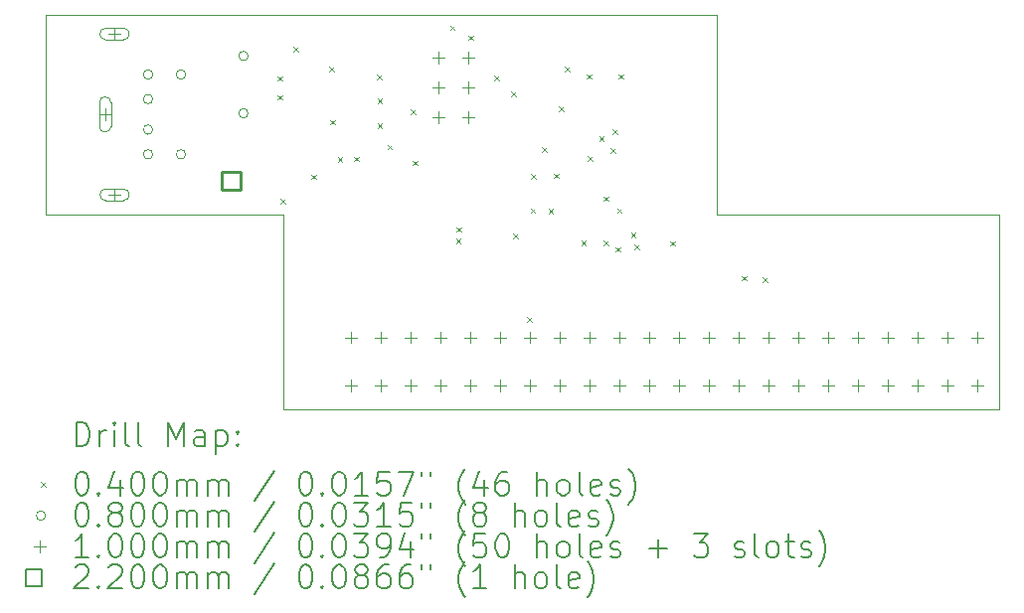
<source format=gbr>
%TF.GenerationSoftware,KiCad,Pcbnew,7.0.10*%
%TF.CreationDate,2024-06-09T02:47:35+01:00*%
%TF.ProjectId,Electron-PS2Slim,456c6563-7472-46f6-9e2d-505332536c69,rev?*%
%TF.SameCoordinates,Original*%
%TF.FileFunction,Drillmap*%
%TF.FilePolarity,Positive*%
%FSLAX45Y45*%
G04 Gerber Fmt 4.5, Leading zero omitted, Abs format (unit mm)*
G04 Created by KiCad (PCBNEW 7.0.10) date 2024-06-09 02:47:35*
%MOMM*%
%LPD*%
G01*
G04 APERTURE LIST*
%ADD10C,0.100000*%
%ADD11C,0.200000*%
%ADD12C,0.220000*%
G04 APERTURE END LIST*
D10*
X7992500Y-9907500D02*
X10395000Y-9907500D01*
X10395000Y-11565000D01*
X4300000Y-11565000D01*
X4300000Y-9907500D01*
X2282500Y-9907500D01*
X2282500Y-8205000D01*
X7992500Y-8205000D01*
X7992500Y-9907500D01*
D11*
D10*
X4254950Y-8730000D02*
X4294950Y-8770000D01*
X4294950Y-8730000D02*
X4254950Y-8770000D01*
X4255000Y-8889950D02*
X4295000Y-8929950D01*
X4295000Y-8889950D02*
X4255000Y-8929950D01*
X4275000Y-9777550D02*
X4315000Y-9817550D01*
X4315000Y-9777550D02*
X4275000Y-9817550D01*
X4386250Y-8480390D02*
X4426250Y-8520390D01*
X4426250Y-8480390D02*
X4386250Y-8520390D01*
X4540000Y-9568270D02*
X4580000Y-9608270D01*
X4580000Y-9568270D02*
X4540000Y-9608270D01*
X4691290Y-8650000D02*
X4731290Y-8690000D01*
X4731290Y-8650000D02*
X4691290Y-8690000D01*
X4698920Y-9101980D02*
X4738920Y-9141980D01*
X4738920Y-9101980D02*
X4698920Y-9141980D01*
X4765800Y-9417520D02*
X4805800Y-9457520D01*
X4805800Y-9417520D02*
X4765800Y-9457520D01*
X4901450Y-9415530D02*
X4941450Y-9455530D01*
X4941450Y-9415530D02*
X4901450Y-9455530D01*
X5101930Y-8715700D02*
X5141930Y-8755700D01*
X5141930Y-8715700D02*
X5101930Y-8755700D01*
X5102610Y-9132500D02*
X5142610Y-9172500D01*
X5142610Y-9132500D02*
X5102610Y-9172500D01*
X5102740Y-8919750D02*
X5142740Y-8959750D01*
X5142740Y-8919750D02*
X5102740Y-8959750D01*
X5187580Y-9312260D02*
X5227580Y-9352260D01*
X5227580Y-9312260D02*
X5187580Y-9352260D01*
X5389880Y-9015020D02*
X5429880Y-9055020D01*
X5429880Y-9015020D02*
X5389880Y-9055020D01*
X5403580Y-9448480D02*
X5443580Y-9488480D01*
X5443580Y-9448480D02*
X5403580Y-9488480D01*
X5721930Y-8296770D02*
X5761930Y-8336770D01*
X5761930Y-8296770D02*
X5721930Y-8336770D01*
X5773110Y-10115010D02*
X5813110Y-10155010D01*
X5813110Y-10115010D02*
X5773110Y-10155010D01*
X5775640Y-10014990D02*
X5815640Y-10054990D01*
X5815640Y-10014990D02*
X5775640Y-10054990D01*
X5876270Y-8381830D02*
X5916270Y-8421830D01*
X5916270Y-8381830D02*
X5876270Y-8421830D01*
X6100000Y-8725000D02*
X6140000Y-8765000D01*
X6140000Y-8725000D02*
X6100000Y-8765000D01*
X6240880Y-8862750D02*
X6280880Y-8902750D01*
X6280880Y-8862750D02*
X6240880Y-8902750D01*
X6260050Y-10068930D02*
X6300050Y-10108930D01*
X6300050Y-10068930D02*
X6260050Y-10108930D01*
X6378850Y-10784180D02*
X6418850Y-10824180D01*
X6418850Y-10784180D02*
X6378850Y-10824180D01*
X6407080Y-9854420D02*
X6447080Y-9894420D01*
X6447080Y-9854420D02*
X6407080Y-9894420D01*
X6410970Y-9561420D02*
X6450970Y-9601420D01*
X6450970Y-9561420D02*
X6410970Y-9601420D01*
X6505390Y-9335900D02*
X6545390Y-9375900D01*
X6545390Y-9335900D02*
X6505390Y-9375900D01*
X6559160Y-9857010D02*
X6599160Y-9897010D01*
X6599160Y-9857010D02*
X6559160Y-9897010D01*
X6608230Y-9558860D02*
X6648230Y-9598860D01*
X6648230Y-9558860D02*
X6608230Y-9598860D01*
X6648690Y-8989400D02*
X6688690Y-9029400D01*
X6688690Y-8989400D02*
X6648690Y-9029400D01*
X6700000Y-8647500D02*
X6740000Y-8687500D01*
X6740000Y-8647500D02*
X6700000Y-8687500D01*
X6840000Y-10129900D02*
X6880000Y-10169900D01*
X6880000Y-10129900D02*
X6840000Y-10169900D01*
X6885000Y-8712500D02*
X6925000Y-8752500D01*
X6925000Y-8712500D02*
X6885000Y-8752500D01*
X6892100Y-9411410D02*
X6932100Y-9451410D01*
X6932100Y-9411410D02*
X6892100Y-9451410D01*
X6992190Y-9240010D02*
X7032190Y-9280010D01*
X7032190Y-9240010D02*
X6992190Y-9280010D01*
X7030070Y-9752720D02*
X7070070Y-9792720D01*
X7070070Y-9752720D02*
X7030070Y-9792720D01*
X7031510Y-10130940D02*
X7071510Y-10170940D01*
X7071510Y-10130940D02*
X7031510Y-10170940D01*
X7091060Y-9341590D02*
X7131060Y-9381590D01*
X7131060Y-9341590D02*
X7091060Y-9381590D01*
X7108020Y-9182500D02*
X7148020Y-9222500D01*
X7148020Y-9182500D02*
X7108020Y-9222500D01*
X7131530Y-10184890D02*
X7171530Y-10224890D01*
X7171530Y-10184890D02*
X7131530Y-10224890D01*
X7144510Y-9854490D02*
X7184510Y-9894490D01*
X7184510Y-9854490D02*
X7144510Y-9894490D01*
X7157500Y-8712500D02*
X7197500Y-8752500D01*
X7197500Y-8712500D02*
X7157500Y-8752500D01*
X7262280Y-10062420D02*
X7302280Y-10102420D01*
X7302280Y-10062420D02*
X7262280Y-10102420D01*
X7293630Y-10164160D02*
X7333630Y-10204160D01*
X7333630Y-10164160D02*
X7293630Y-10204160D01*
X7595260Y-10134740D02*
X7635260Y-10174740D01*
X7635260Y-10134740D02*
X7595260Y-10174740D01*
X8208680Y-10432040D02*
X8248680Y-10472040D01*
X8248680Y-10432040D02*
X8208680Y-10472040D01*
X8381280Y-10442930D02*
X8421280Y-10482930D01*
X8421280Y-10442930D02*
X8381280Y-10482930D01*
X3190000Y-8715000D02*
G75*
G03*
X3110000Y-8715000I-40000J0D01*
G01*
X3110000Y-8715000D02*
G75*
G03*
X3190000Y-8715000I40000J0D01*
G01*
X3190000Y-8925000D02*
G75*
G03*
X3110000Y-8925000I-40000J0D01*
G01*
X3110000Y-8925000D02*
G75*
G03*
X3190000Y-8925000I40000J0D01*
G01*
X3190000Y-9185000D02*
G75*
G03*
X3110000Y-9185000I-40000J0D01*
G01*
X3110000Y-9185000D02*
G75*
G03*
X3190000Y-9185000I40000J0D01*
G01*
X3190000Y-9395000D02*
G75*
G03*
X3110000Y-9395000I-40000J0D01*
G01*
X3110000Y-9395000D02*
G75*
G03*
X3190000Y-9395000I40000J0D01*
G01*
X3470000Y-8715000D02*
G75*
G03*
X3390000Y-8715000I-40000J0D01*
G01*
X3390000Y-8715000D02*
G75*
G03*
X3470000Y-8715000I40000J0D01*
G01*
X3470000Y-9395000D02*
G75*
G03*
X3390000Y-9395000I-40000J0D01*
G01*
X3390000Y-9395000D02*
G75*
G03*
X3470000Y-9395000I40000J0D01*
G01*
X4002500Y-8557500D02*
G75*
G03*
X3922500Y-8557500I-40000J0D01*
G01*
X3922500Y-8557500D02*
G75*
G03*
X4002500Y-8557500I40000J0D01*
G01*
X4002500Y-9045500D02*
G75*
G03*
X3922500Y-9045500I-40000J0D01*
G01*
X3922500Y-9045500D02*
G75*
G03*
X4002500Y-9045500I40000J0D01*
G01*
X2785000Y-9005000D02*
X2785000Y-9105000D01*
X2735000Y-9055000D02*
X2835000Y-9055000D01*
X2835000Y-9155000D02*
X2835000Y-8955000D01*
X2835000Y-8955000D02*
G75*
G03*
X2735000Y-8955000I-50000J0D01*
G01*
X2735000Y-8955000D02*
X2735000Y-9155000D01*
X2735000Y-9155000D02*
G75*
G03*
X2835000Y-9155000I50000J0D01*
G01*
X2865000Y-8320000D02*
X2865000Y-8420000D01*
X2815000Y-8370000D02*
X2915000Y-8370000D01*
X2790000Y-8420000D02*
X2940000Y-8420000D01*
X2940000Y-8420000D02*
G75*
G03*
X2940000Y-8320000I0J50000D01*
G01*
X2940000Y-8320000D02*
X2790000Y-8320000D01*
X2790000Y-8320000D02*
G75*
G03*
X2790000Y-8420000I0J-50000D01*
G01*
X2865000Y-9690000D02*
X2865000Y-9790000D01*
X2815000Y-9740000D02*
X2915000Y-9740000D01*
X2790000Y-9790000D02*
X2940000Y-9790000D01*
X2940000Y-9790000D02*
G75*
G03*
X2940000Y-9690000I0J50000D01*
G01*
X2940000Y-9690000D02*
X2790000Y-9690000D01*
X2790000Y-9690000D02*
G75*
G03*
X2790000Y-9790000I0J-50000D01*
G01*
X4875500Y-10905000D02*
X4875500Y-11005000D01*
X4825500Y-10955000D02*
X4925500Y-10955000D01*
X4875500Y-11315000D02*
X4875500Y-11415000D01*
X4825500Y-11365000D02*
X4925500Y-11365000D01*
X5129500Y-10905000D02*
X5129500Y-11005000D01*
X5079500Y-10955000D02*
X5179500Y-10955000D01*
X5129500Y-11315000D02*
X5129500Y-11415000D01*
X5079500Y-11365000D02*
X5179500Y-11365000D01*
X5383500Y-10905000D02*
X5383500Y-11005000D01*
X5333500Y-10955000D02*
X5433500Y-10955000D01*
X5383500Y-11315000D02*
X5383500Y-11415000D01*
X5333500Y-11365000D02*
X5433500Y-11365000D01*
X5620000Y-8520000D02*
X5620000Y-8620000D01*
X5570000Y-8570000D02*
X5670000Y-8570000D01*
X5620000Y-8774000D02*
X5620000Y-8874000D01*
X5570000Y-8824000D02*
X5670000Y-8824000D01*
X5620000Y-9028000D02*
X5620000Y-9128000D01*
X5570000Y-9078000D02*
X5670000Y-9078000D01*
X5637500Y-10905000D02*
X5637500Y-11005000D01*
X5587500Y-10955000D02*
X5687500Y-10955000D01*
X5637500Y-11315000D02*
X5637500Y-11415000D01*
X5587500Y-11365000D02*
X5687500Y-11365000D01*
X5874000Y-8520000D02*
X5874000Y-8620000D01*
X5824000Y-8570000D02*
X5924000Y-8570000D01*
X5874000Y-8774000D02*
X5874000Y-8874000D01*
X5824000Y-8824000D02*
X5924000Y-8824000D01*
X5874000Y-9028000D02*
X5874000Y-9128000D01*
X5824000Y-9078000D02*
X5924000Y-9078000D01*
X5891500Y-10905000D02*
X5891500Y-11005000D01*
X5841500Y-10955000D02*
X5941500Y-10955000D01*
X5891500Y-11315000D02*
X5891500Y-11415000D01*
X5841500Y-11365000D02*
X5941500Y-11365000D01*
X6145500Y-10905000D02*
X6145500Y-11005000D01*
X6095500Y-10955000D02*
X6195500Y-10955000D01*
X6145500Y-11315000D02*
X6145500Y-11415000D01*
X6095500Y-11365000D02*
X6195500Y-11365000D01*
X6399500Y-10905000D02*
X6399500Y-11005000D01*
X6349500Y-10955000D02*
X6449500Y-10955000D01*
X6399500Y-11315000D02*
X6399500Y-11415000D01*
X6349500Y-11365000D02*
X6449500Y-11365000D01*
X6653500Y-10905000D02*
X6653500Y-11005000D01*
X6603500Y-10955000D02*
X6703500Y-10955000D01*
X6653500Y-11315000D02*
X6653500Y-11415000D01*
X6603500Y-11365000D02*
X6703500Y-11365000D01*
X6907500Y-10905000D02*
X6907500Y-11005000D01*
X6857500Y-10955000D02*
X6957500Y-10955000D01*
X6907500Y-11315000D02*
X6907500Y-11415000D01*
X6857500Y-11365000D02*
X6957500Y-11365000D01*
X7161500Y-10905000D02*
X7161500Y-11005000D01*
X7111500Y-10955000D02*
X7211500Y-10955000D01*
X7161500Y-11315000D02*
X7161500Y-11415000D01*
X7111500Y-11365000D02*
X7211500Y-11365000D01*
X7415500Y-10905000D02*
X7415500Y-11005000D01*
X7365500Y-10955000D02*
X7465500Y-10955000D01*
X7415500Y-11315000D02*
X7415500Y-11415000D01*
X7365500Y-11365000D02*
X7465500Y-11365000D01*
X7669500Y-10905000D02*
X7669500Y-11005000D01*
X7619500Y-10955000D02*
X7719500Y-10955000D01*
X7669500Y-11315000D02*
X7669500Y-11415000D01*
X7619500Y-11365000D02*
X7719500Y-11365000D01*
X7923500Y-10905000D02*
X7923500Y-11005000D01*
X7873500Y-10955000D02*
X7973500Y-10955000D01*
X7923500Y-11315000D02*
X7923500Y-11415000D01*
X7873500Y-11365000D02*
X7973500Y-11365000D01*
X8177500Y-10905000D02*
X8177500Y-11005000D01*
X8127500Y-10955000D02*
X8227500Y-10955000D01*
X8177500Y-11315000D02*
X8177500Y-11415000D01*
X8127500Y-11365000D02*
X8227500Y-11365000D01*
X8431500Y-10905000D02*
X8431500Y-11005000D01*
X8381500Y-10955000D02*
X8481500Y-10955000D01*
X8431500Y-11315000D02*
X8431500Y-11415000D01*
X8381500Y-11365000D02*
X8481500Y-11365000D01*
X8685500Y-10905000D02*
X8685500Y-11005000D01*
X8635500Y-10955000D02*
X8735500Y-10955000D01*
X8685500Y-11315000D02*
X8685500Y-11415000D01*
X8635500Y-11365000D02*
X8735500Y-11365000D01*
X8939500Y-10905000D02*
X8939500Y-11005000D01*
X8889500Y-10955000D02*
X8989500Y-10955000D01*
X8939500Y-11315000D02*
X8939500Y-11415000D01*
X8889500Y-11365000D02*
X8989500Y-11365000D01*
X9193500Y-10905000D02*
X9193500Y-11005000D01*
X9143500Y-10955000D02*
X9243500Y-10955000D01*
X9193500Y-11315000D02*
X9193500Y-11415000D01*
X9143500Y-11365000D02*
X9243500Y-11365000D01*
X9447500Y-10905000D02*
X9447500Y-11005000D01*
X9397500Y-10955000D02*
X9497500Y-10955000D01*
X9447500Y-11315000D02*
X9447500Y-11415000D01*
X9397500Y-11365000D02*
X9497500Y-11365000D01*
X9701500Y-10905000D02*
X9701500Y-11005000D01*
X9651500Y-10955000D02*
X9751500Y-10955000D01*
X9701500Y-11315000D02*
X9701500Y-11415000D01*
X9651500Y-11365000D02*
X9751500Y-11365000D01*
X9955500Y-10905000D02*
X9955500Y-11005000D01*
X9905500Y-10955000D02*
X10005500Y-10955000D01*
X9955500Y-11315000D02*
X9955500Y-11415000D01*
X9905500Y-11365000D02*
X10005500Y-11365000D01*
X10209500Y-10905000D02*
X10209500Y-11005000D01*
X10159500Y-10955000D02*
X10259500Y-10955000D01*
X10209500Y-11315000D02*
X10209500Y-11415000D01*
X10159500Y-11365000D02*
X10259500Y-11365000D01*
D12*
X3935282Y-9700283D02*
X3935282Y-9544718D01*
X3779717Y-9544718D01*
X3779717Y-9700283D01*
X3935282Y-9700283D01*
D11*
X2538277Y-11881484D02*
X2538277Y-11681484D01*
X2538277Y-11681484D02*
X2585896Y-11681484D01*
X2585896Y-11681484D02*
X2614467Y-11691008D01*
X2614467Y-11691008D02*
X2633515Y-11710055D01*
X2633515Y-11710055D02*
X2643039Y-11729103D01*
X2643039Y-11729103D02*
X2652563Y-11767198D01*
X2652563Y-11767198D02*
X2652563Y-11795769D01*
X2652563Y-11795769D02*
X2643039Y-11833865D01*
X2643039Y-11833865D02*
X2633515Y-11852912D01*
X2633515Y-11852912D02*
X2614467Y-11871960D01*
X2614467Y-11871960D02*
X2585896Y-11881484D01*
X2585896Y-11881484D02*
X2538277Y-11881484D01*
X2738277Y-11881484D02*
X2738277Y-11748150D01*
X2738277Y-11786246D02*
X2747801Y-11767198D01*
X2747801Y-11767198D02*
X2757324Y-11757674D01*
X2757324Y-11757674D02*
X2776372Y-11748150D01*
X2776372Y-11748150D02*
X2795420Y-11748150D01*
X2862086Y-11881484D02*
X2862086Y-11748150D01*
X2862086Y-11681484D02*
X2852562Y-11691008D01*
X2852562Y-11691008D02*
X2862086Y-11700531D01*
X2862086Y-11700531D02*
X2871610Y-11691008D01*
X2871610Y-11691008D02*
X2862086Y-11681484D01*
X2862086Y-11681484D02*
X2862086Y-11700531D01*
X2985896Y-11881484D02*
X2966848Y-11871960D01*
X2966848Y-11871960D02*
X2957324Y-11852912D01*
X2957324Y-11852912D02*
X2957324Y-11681484D01*
X3090658Y-11881484D02*
X3071610Y-11871960D01*
X3071610Y-11871960D02*
X3062086Y-11852912D01*
X3062086Y-11852912D02*
X3062086Y-11681484D01*
X3319229Y-11881484D02*
X3319229Y-11681484D01*
X3319229Y-11681484D02*
X3385896Y-11824341D01*
X3385896Y-11824341D02*
X3452562Y-11681484D01*
X3452562Y-11681484D02*
X3452562Y-11881484D01*
X3633515Y-11881484D02*
X3633515Y-11776722D01*
X3633515Y-11776722D02*
X3623991Y-11757674D01*
X3623991Y-11757674D02*
X3604943Y-11748150D01*
X3604943Y-11748150D02*
X3566848Y-11748150D01*
X3566848Y-11748150D02*
X3547801Y-11757674D01*
X3633515Y-11871960D02*
X3614467Y-11881484D01*
X3614467Y-11881484D02*
X3566848Y-11881484D01*
X3566848Y-11881484D02*
X3547801Y-11871960D01*
X3547801Y-11871960D02*
X3538277Y-11852912D01*
X3538277Y-11852912D02*
X3538277Y-11833865D01*
X3538277Y-11833865D02*
X3547801Y-11814817D01*
X3547801Y-11814817D02*
X3566848Y-11805293D01*
X3566848Y-11805293D02*
X3614467Y-11805293D01*
X3614467Y-11805293D02*
X3633515Y-11795769D01*
X3728753Y-11748150D02*
X3728753Y-11948150D01*
X3728753Y-11757674D02*
X3747801Y-11748150D01*
X3747801Y-11748150D02*
X3785896Y-11748150D01*
X3785896Y-11748150D02*
X3804943Y-11757674D01*
X3804943Y-11757674D02*
X3814467Y-11767198D01*
X3814467Y-11767198D02*
X3823991Y-11786246D01*
X3823991Y-11786246D02*
X3823991Y-11843388D01*
X3823991Y-11843388D02*
X3814467Y-11862436D01*
X3814467Y-11862436D02*
X3804943Y-11871960D01*
X3804943Y-11871960D02*
X3785896Y-11881484D01*
X3785896Y-11881484D02*
X3747801Y-11881484D01*
X3747801Y-11881484D02*
X3728753Y-11871960D01*
X3909705Y-11862436D02*
X3919229Y-11871960D01*
X3919229Y-11871960D02*
X3909705Y-11881484D01*
X3909705Y-11881484D02*
X3900182Y-11871960D01*
X3900182Y-11871960D02*
X3909705Y-11862436D01*
X3909705Y-11862436D02*
X3909705Y-11881484D01*
X3909705Y-11757674D02*
X3919229Y-11767198D01*
X3919229Y-11767198D02*
X3909705Y-11776722D01*
X3909705Y-11776722D02*
X3900182Y-11767198D01*
X3900182Y-11767198D02*
X3909705Y-11757674D01*
X3909705Y-11757674D02*
X3909705Y-11776722D01*
D10*
X2237500Y-12190000D02*
X2277500Y-12230000D01*
X2277500Y-12190000D02*
X2237500Y-12230000D01*
D11*
X2576372Y-12101484D02*
X2595420Y-12101484D01*
X2595420Y-12101484D02*
X2614467Y-12111008D01*
X2614467Y-12111008D02*
X2623991Y-12120531D01*
X2623991Y-12120531D02*
X2633515Y-12139579D01*
X2633515Y-12139579D02*
X2643039Y-12177674D01*
X2643039Y-12177674D02*
X2643039Y-12225293D01*
X2643039Y-12225293D02*
X2633515Y-12263388D01*
X2633515Y-12263388D02*
X2623991Y-12282436D01*
X2623991Y-12282436D02*
X2614467Y-12291960D01*
X2614467Y-12291960D02*
X2595420Y-12301484D01*
X2595420Y-12301484D02*
X2576372Y-12301484D01*
X2576372Y-12301484D02*
X2557324Y-12291960D01*
X2557324Y-12291960D02*
X2547801Y-12282436D01*
X2547801Y-12282436D02*
X2538277Y-12263388D01*
X2538277Y-12263388D02*
X2528753Y-12225293D01*
X2528753Y-12225293D02*
X2528753Y-12177674D01*
X2528753Y-12177674D02*
X2538277Y-12139579D01*
X2538277Y-12139579D02*
X2547801Y-12120531D01*
X2547801Y-12120531D02*
X2557324Y-12111008D01*
X2557324Y-12111008D02*
X2576372Y-12101484D01*
X2728753Y-12282436D02*
X2738277Y-12291960D01*
X2738277Y-12291960D02*
X2728753Y-12301484D01*
X2728753Y-12301484D02*
X2719229Y-12291960D01*
X2719229Y-12291960D02*
X2728753Y-12282436D01*
X2728753Y-12282436D02*
X2728753Y-12301484D01*
X2909705Y-12168150D02*
X2909705Y-12301484D01*
X2862086Y-12091960D02*
X2814467Y-12234817D01*
X2814467Y-12234817D02*
X2938277Y-12234817D01*
X3052562Y-12101484D02*
X3071610Y-12101484D01*
X3071610Y-12101484D02*
X3090658Y-12111008D01*
X3090658Y-12111008D02*
X3100182Y-12120531D01*
X3100182Y-12120531D02*
X3109705Y-12139579D01*
X3109705Y-12139579D02*
X3119229Y-12177674D01*
X3119229Y-12177674D02*
X3119229Y-12225293D01*
X3119229Y-12225293D02*
X3109705Y-12263388D01*
X3109705Y-12263388D02*
X3100182Y-12282436D01*
X3100182Y-12282436D02*
X3090658Y-12291960D01*
X3090658Y-12291960D02*
X3071610Y-12301484D01*
X3071610Y-12301484D02*
X3052562Y-12301484D01*
X3052562Y-12301484D02*
X3033515Y-12291960D01*
X3033515Y-12291960D02*
X3023991Y-12282436D01*
X3023991Y-12282436D02*
X3014467Y-12263388D01*
X3014467Y-12263388D02*
X3004943Y-12225293D01*
X3004943Y-12225293D02*
X3004943Y-12177674D01*
X3004943Y-12177674D02*
X3014467Y-12139579D01*
X3014467Y-12139579D02*
X3023991Y-12120531D01*
X3023991Y-12120531D02*
X3033515Y-12111008D01*
X3033515Y-12111008D02*
X3052562Y-12101484D01*
X3243039Y-12101484D02*
X3262086Y-12101484D01*
X3262086Y-12101484D02*
X3281134Y-12111008D01*
X3281134Y-12111008D02*
X3290658Y-12120531D01*
X3290658Y-12120531D02*
X3300182Y-12139579D01*
X3300182Y-12139579D02*
X3309705Y-12177674D01*
X3309705Y-12177674D02*
X3309705Y-12225293D01*
X3309705Y-12225293D02*
X3300182Y-12263388D01*
X3300182Y-12263388D02*
X3290658Y-12282436D01*
X3290658Y-12282436D02*
X3281134Y-12291960D01*
X3281134Y-12291960D02*
X3262086Y-12301484D01*
X3262086Y-12301484D02*
X3243039Y-12301484D01*
X3243039Y-12301484D02*
X3223991Y-12291960D01*
X3223991Y-12291960D02*
X3214467Y-12282436D01*
X3214467Y-12282436D02*
X3204943Y-12263388D01*
X3204943Y-12263388D02*
X3195420Y-12225293D01*
X3195420Y-12225293D02*
X3195420Y-12177674D01*
X3195420Y-12177674D02*
X3204943Y-12139579D01*
X3204943Y-12139579D02*
X3214467Y-12120531D01*
X3214467Y-12120531D02*
X3223991Y-12111008D01*
X3223991Y-12111008D02*
X3243039Y-12101484D01*
X3395420Y-12301484D02*
X3395420Y-12168150D01*
X3395420Y-12187198D02*
X3404943Y-12177674D01*
X3404943Y-12177674D02*
X3423991Y-12168150D01*
X3423991Y-12168150D02*
X3452563Y-12168150D01*
X3452563Y-12168150D02*
X3471610Y-12177674D01*
X3471610Y-12177674D02*
X3481134Y-12196722D01*
X3481134Y-12196722D02*
X3481134Y-12301484D01*
X3481134Y-12196722D02*
X3490658Y-12177674D01*
X3490658Y-12177674D02*
X3509705Y-12168150D01*
X3509705Y-12168150D02*
X3538277Y-12168150D01*
X3538277Y-12168150D02*
X3557324Y-12177674D01*
X3557324Y-12177674D02*
X3566848Y-12196722D01*
X3566848Y-12196722D02*
X3566848Y-12301484D01*
X3662086Y-12301484D02*
X3662086Y-12168150D01*
X3662086Y-12187198D02*
X3671610Y-12177674D01*
X3671610Y-12177674D02*
X3690658Y-12168150D01*
X3690658Y-12168150D02*
X3719229Y-12168150D01*
X3719229Y-12168150D02*
X3738277Y-12177674D01*
X3738277Y-12177674D02*
X3747801Y-12196722D01*
X3747801Y-12196722D02*
X3747801Y-12301484D01*
X3747801Y-12196722D02*
X3757324Y-12177674D01*
X3757324Y-12177674D02*
X3776372Y-12168150D01*
X3776372Y-12168150D02*
X3804943Y-12168150D01*
X3804943Y-12168150D02*
X3823991Y-12177674D01*
X3823991Y-12177674D02*
X3833515Y-12196722D01*
X3833515Y-12196722D02*
X3833515Y-12301484D01*
X4223991Y-12091960D02*
X4052563Y-12349103D01*
X4481134Y-12101484D02*
X4500182Y-12101484D01*
X4500182Y-12101484D02*
X4519229Y-12111008D01*
X4519229Y-12111008D02*
X4528753Y-12120531D01*
X4528753Y-12120531D02*
X4538277Y-12139579D01*
X4538277Y-12139579D02*
X4547801Y-12177674D01*
X4547801Y-12177674D02*
X4547801Y-12225293D01*
X4547801Y-12225293D02*
X4538277Y-12263388D01*
X4538277Y-12263388D02*
X4528753Y-12282436D01*
X4528753Y-12282436D02*
X4519229Y-12291960D01*
X4519229Y-12291960D02*
X4500182Y-12301484D01*
X4500182Y-12301484D02*
X4481134Y-12301484D01*
X4481134Y-12301484D02*
X4462087Y-12291960D01*
X4462087Y-12291960D02*
X4452563Y-12282436D01*
X4452563Y-12282436D02*
X4443039Y-12263388D01*
X4443039Y-12263388D02*
X4433515Y-12225293D01*
X4433515Y-12225293D02*
X4433515Y-12177674D01*
X4433515Y-12177674D02*
X4443039Y-12139579D01*
X4443039Y-12139579D02*
X4452563Y-12120531D01*
X4452563Y-12120531D02*
X4462087Y-12111008D01*
X4462087Y-12111008D02*
X4481134Y-12101484D01*
X4633515Y-12282436D02*
X4643039Y-12291960D01*
X4643039Y-12291960D02*
X4633515Y-12301484D01*
X4633515Y-12301484D02*
X4623991Y-12291960D01*
X4623991Y-12291960D02*
X4633515Y-12282436D01*
X4633515Y-12282436D02*
X4633515Y-12301484D01*
X4766848Y-12101484D02*
X4785896Y-12101484D01*
X4785896Y-12101484D02*
X4804944Y-12111008D01*
X4804944Y-12111008D02*
X4814468Y-12120531D01*
X4814468Y-12120531D02*
X4823991Y-12139579D01*
X4823991Y-12139579D02*
X4833515Y-12177674D01*
X4833515Y-12177674D02*
X4833515Y-12225293D01*
X4833515Y-12225293D02*
X4823991Y-12263388D01*
X4823991Y-12263388D02*
X4814468Y-12282436D01*
X4814468Y-12282436D02*
X4804944Y-12291960D01*
X4804944Y-12291960D02*
X4785896Y-12301484D01*
X4785896Y-12301484D02*
X4766848Y-12301484D01*
X4766848Y-12301484D02*
X4747801Y-12291960D01*
X4747801Y-12291960D02*
X4738277Y-12282436D01*
X4738277Y-12282436D02*
X4728753Y-12263388D01*
X4728753Y-12263388D02*
X4719229Y-12225293D01*
X4719229Y-12225293D02*
X4719229Y-12177674D01*
X4719229Y-12177674D02*
X4728753Y-12139579D01*
X4728753Y-12139579D02*
X4738277Y-12120531D01*
X4738277Y-12120531D02*
X4747801Y-12111008D01*
X4747801Y-12111008D02*
X4766848Y-12101484D01*
X5023991Y-12301484D02*
X4909706Y-12301484D01*
X4966848Y-12301484D02*
X4966848Y-12101484D01*
X4966848Y-12101484D02*
X4947801Y-12130055D01*
X4947801Y-12130055D02*
X4928753Y-12149103D01*
X4928753Y-12149103D02*
X4909706Y-12158627D01*
X5204944Y-12101484D02*
X5109706Y-12101484D01*
X5109706Y-12101484D02*
X5100182Y-12196722D01*
X5100182Y-12196722D02*
X5109706Y-12187198D01*
X5109706Y-12187198D02*
X5128753Y-12177674D01*
X5128753Y-12177674D02*
X5176372Y-12177674D01*
X5176372Y-12177674D02*
X5195420Y-12187198D01*
X5195420Y-12187198D02*
X5204944Y-12196722D01*
X5204944Y-12196722D02*
X5214468Y-12215769D01*
X5214468Y-12215769D02*
X5214468Y-12263388D01*
X5214468Y-12263388D02*
X5204944Y-12282436D01*
X5204944Y-12282436D02*
X5195420Y-12291960D01*
X5195420Y-12291960D02*
X5176372Y-12301484D01*
X5176372Y-12301484D02*
X5128753Y-12301484D01*
X5128753Y-12301484D02*
X5109706Y-12291960D01*
X5109706Y-12291960D02*
X5100182Y-12282436D01*
X5281134Y-12101484D02*
X5414468Y-12101484D01*
X5414468Y-12101484D02*
X5328753Y-12301484D01*
X5481134Y-12101484D02*
X5481134Y-12139579D01*
X5557325Y-12101484D02*
X5557325Y-12139579D01*
X5852563Y-12377674D02*
X5843039Y-12368150D01*
X5843039Y-12368150D02*
X5823991Y-12339579D01*
X5823991Y-12339579D02*
X5814468Y-12320531D01*
X5814468Y-12320531D02*
X5804944Y-12291960D01*
X5804944Y-12291960D02*
X5795420Y-12244341D01*
X5795420Y-12244341D02*
X5795420Y-12206246D01*
X5795420Y-12206246D02*
X5804944Y-12158627D01*
X5804944Y-12158627D02*
X5814468Y-12130055D01*
X5814468Y-12130055D02*
X5823991Y-12111008D01*
X5823991Y-12111008D02*
X5843039Y-12082436D01*
X5843039Y-12082436D02*
X5852563Y-12072912D01*
X6014468Y-12168150D02*
X6014468Y-12301484D01*
X5966848Y-12091960D02*
X5919229Y-12234817D01*
X5919229Y-12234817D02*
X6043039Y-12234817D01*
X6204944Y-12101484D02*
X6166848Y-12101484D01*
X6166848Y-12101484D02*
X6147801Y-12111008D01*
X6147801Y-12111008D02*
X6138277Y-12120531D01*
X6138277Y-12120531D02*
X6119229Y-12149103D01*
X6119229Y-12149103D02*
X6109706Y-12187198D01*
X6109706Y-12187198D02*
X6109706Y-12263388D01*
X6109706Y-12263388D02*
X6119229Y-12282436D01*
X6119229Y-12282436D02*
X6128753Y-12291960D01*
X6128753Y-12291960D02*
X6147801Y-12301484D01*
X6147801Y-12301484D02*
X6185896Y-12301484D01*
X6185896Y-12301484D02*
X6204944Y-12291960D01*
X6204944Y-12291960D02*
X6214468Y-12282436D01*
X6214468Y-12282436D02*
X6223991Y-12263388D01*
X6223991Y-12263388D02*
X6223991Y-12215769D01*
X6223991Y-12215769D02*
X6214468Y-12196722D01*
X6214468Y-12196722D02*
X6204944Y-12187198D01*
X6204944Y-12187198D02*
X6185896Y-12177674D01*
X6185896Y-12177674D02*
X6147801Y-12177674D01*
X6147801Y-12177674D02*
X6128753Y-12187198D01*
X6128753Y-12187198D02*
X6119229Y-12196722D01*
X6119229Y-12196722D02*
X6109706Y-12215769D01*
X6462087Y-12301484D02*
X6462087Y-12101484D01*
X6547801Y-12301484D02*
X6547801Y-12196722D01*
X6547801Y-12196722D02*
X6538277Y-12177674D01*
X6538277Y-12177674D02*
X6519230Y-12168150D01*
X6519230Y-12168150D02*
X6490658Y-12168150D01*
X6490658Y-12168150D02*
X6471610Y-12177674D01*
X6471610Y-12177674D02*
X6462087Y-12187198D01*
X6671610Y-12301484D02*
X6652563Y-12291960D01*
X6652563Y-12291960D02*
X6643039Y-12282436D01*
X6643039Y-12282436D02*
X6633515Y-12263388D01*
X6633515Y-12263388D02*
X6633515Y-12206246D01*
X6633515Y-12206246D02*
X6643039Y-12187198D01*
X6643039Y-12187198D02*
X6652563Y-12177674D01*
X6652563Y-12177674D02*
X6671610Y-12168150D01*
X6671610Y-12168150D02*
X6700182Y-12168150D01*
X6700182Y-12168150D02*
X6719230Y-12177674D01*
X6719230Y-12177674D02*
X6728753Y-12187198D01*
X6728753Y-12187198D02*
X6738277Y-12206246D01*
X6738277Y-12206246D02*
X6738277Y-12263388D01*
X6738277Y-12263388D02*
X6728753Y-12282436D01*
X6728753Y-12282436D02*
X6719230Y-12291960D01*
X6719230Y-12291960D02*
X6700182Y-12301484D01*
X6700182Y-12301484D02*
X6671610Y-12301484D01*
X6852563Y-12301484D02*
X6833515Y-12291960D01*
X6833515Y-12291960D02*
X6823991Y-12272912D01*
X6823991Y-12272912D02*
X6823991Y-12101484D01*
X7004944Y-12291960D02*
X6985896Y-12301484D01*
X6985896Y-12301484D02*
X6947801Y-12301484D01*
X6947801Y-12301484D02*
X6928753Y-12291960D01*
X6928753Y-12291960D02*
X6919230Y-12272912D01*
X6919230Y-12272912D02*
X6919230Y-12196722D01*
X6919230Y-12196722D02*
X6928753Y-12177674D01*
X6928753Y-12177674D02*
X6947801Y-12168150D01*
X6947801Y-12168150D02*
X6985896Y-12168150D01*
X6985896Y-12168150D02*
X7004944Y-12177674D01*
X7004944Y-12177674D02*
X7014468Y-12196722D01*
X7014468Y-12196722D02*
X7014468Y-12215769D01*
X7014468Y-12215769D02*
X6919230Y-12234817D01*
X7090658Y-12291960D02*
X7109706Y-12301484D01*
X7109706Y-12301484D02*
X7147801Y-12301484D01*
X7147801Y-12301484D02*
X7166849Y-12291960D01*
X7166849Y-12291960D02*
X7176372Y-12272912D01*
X7176372Y-12272912D02*
X7176372Y-12263388D01*
X7176372Y-12263388D02*
X7166849Y-12244341D01*
X7166849Y-12244341D02*
X7147801Y-12234817D01*
X7147801Y-12234817D02*
X7119230Y-12234817D01*
X7119230Y-12234817D02*
X7100182Y-12225293D01*
X7100182Y-12225293D02*
X7090658Y-12206246D01*
X7090658Y-12206246D02*
X7090658Y-12196722D01*
X7090658Y-12196722D02*
X7100182Y-12177674D01*
X7100182Y-12177674D02*
X7119230Y-12168150D01*
X7119230Y-12168150D02*
X7147801Y-12168150D01*
X7147801Y-12168150D02*
X7166849Y-12177674D01*
X7243039Y-12377674D02*
X7252563Y-12368150D01*
X7252563Y-12368150D02*
X7271611Y-12339579D01*
X7271611Y-12339579D02*
X7281134Y-12320531D01*
X7281134Y-12320531D02*
X7290658Y-12291960D01*
X7290658Y-12291960D02*
X7300182Y-12244341D01*
X7300182Y-12244341D02*
X7300182Y-12206246D01*
X7300182Y-12206246D02*
X7290658Y-12158627D01*
X7290658Y-12158627D02*
X7281134Y-12130055D01*
X7281134Y-12130055D02*
X7271611Y-12111008D01*
X7271611Y-12111008D02*
X7252563Y-12082436D01*
X7252563Y-12082436D02*
X7243039Y-12072912D01*
D10*
X2277500Y-12474000D02*
G75*
G03*
X2197500Y-12474000I-40000J0D01*
G01*
X2197500Y-12474000D02*
G75*
G03*
X2277500Y-12474000I40000J0D01*
G01*
D11*
X2576372Y-12365484D02*
X2595420Y-12365484D01*
X2595420Y-12365484D02*
X2614467Y-12375008D01*
X2614467Y-12375008D02*
X2623991Y-12384531D01*
X2623991Y-12384531D02*
X2633515Y-12403579D01*
X2633515Y-12403579D02*
X2643039Y-12441674D01*
X2643039Y-12441674D02*
X2643039Y-12489293D01*
X2643039Y-12489293D02*
X2633515Y-12527388D01*
X2633515Y-12527388D02*
X2623991Y-12546436D01*
X2623991Y-12546436D02*
X2614467Y-12555960D01*
X2614467Y-12555960D02*
X2595420Y-12565484D01*
X2595420Y-12565484D02*
X2576372Y-12565484D01*
X2576372Y-12565484D02*
X2557324Y-12555960D01*
X2557324Y-12555960D02*
X2547801Y-12546436D01*
X2547801Y-12546436D02*
X2538277Y-12527388D01*
X2538277Y-12527388D02*
X2528753Y-12489293D01*
X2528753Y-12489293D02*
X2528753Y-12441674D01*
X2528753Y-12441674D02*
X2538277Y-12403579D01*
X2538277Y-12403579D02*
X2547801Y-12384531D01*
X2547801Y-12384531D02*
X2557324Y-12375008D01*
X2557324Y-12375008D02*
X2576372Y-12365484D01*
X2728753Y-12546436D02*
X2738277Y-12555960D01*
X2738277Y-12555960D02*
X2728753Y-12565484D01*
X2728753Y-12565484D02*
X2719229Y-12555960D01*
X2719229Y-12555960D02*
X2728753Y-12546436D01*
X2728753Y-12546436D02*
X2728753Y-12565484D01*
X2852562Y-12451198D02*
X2833515Y-12441674D01*
X2833515Y-12441674D02*
X2823991Y-12432150D01*
X2823991Y-12432150D02*
X2814467Y-12413103D01*
X2814467Y-12413103D02*
X2814467Y-12403579D01*
X2814467Y-12403579D02*
X2823991Y-12384531D01*
X2823991Y-12384531D02*
X2833515Y-12375008D01*
X2833515Y-12375008D02*
X2852562Y-12365484D01*
X2852562Y-12365484D02*
X2890658Y-12365484D01*
X2890658Y-12365484D02*
X2909705Y-12375008D01*
X2909705Y-12375008D02*
X2919229Y-12384531D01*
X2919229Y-12384531D02*
X2928753Y-12403579D01*
X2928753Y-12403579D02*
X2928753Y-12413103D01*
X2928753Y-12413103D02*
X2919229Y-12432150D01*
X2919229Y-12432150D02*
X2909705Y-12441674D01*
X2909705Y-12441674D02*
X2890658Y-12451198D01*
X2890658Y-12451198D02*
X2852562Y-12451198D01*
X2852562Y-12451198D02*
X2833515Y-12460722D01*
X2833515Y-12460722D02*
X2823991Y-12470246D01*
X2823991Y-12470246D02*
X2814467Y-12489293D01*
X2814467Y-12489293D02*
X2814467Y-12527388D01*
X2814467Y-12527388D02*
X2823991Y-12546436D01*
X2823991Y-12546436D02*
X2833515Y-12555960D01*
X2833515Y-12555960D02*
X2852562Y-12565484D01*
X2852562Y-12565484D02*
X2890658Y-12565484D01*
X2890658Y-12565484D02*
X2909705Y-12555960D01*
X2909705Y-12555960D02*
X2919229Y-12546436D01*
X2919229Y-12546436D02*
X2928753Y-12527388D01*
X2928753Y-12527388D02*
X2928753Y-12489293D01*
X2928753Y-12489293D02*
X2919229Y-12470246D01*
X2919229Y-12470246D02*
X2909705Y-12460722D01*
X2909705Y-12460722D02*
X2890658Y-12451198D01*
X3052562Y-12365484D02*
X3071610Y-12365484D01*
X3071610Y-12365484D02*
X3090658Y-12375008D01*
X3090658Y-12375008D02*
X3100182Y-12384531D01*
X3100182Y-12384531D02*
X3109705Y-12403579D01*
X3109705Y-12403579D02*
X3119229Y-12441674D01*
X3119229Y-12441674D02*
X3119229Y-12489293D01*
X3119229Y-12489293D02*
X3109705Y-12527388D01*
X3109705Y-12527388D02*
X3100182Y-12546436D01*
X3100182Y-12546436D02*
X3090658Y-12555960D01*
X3090658Y-12555960D02*
X3071610Y-12565484D01*
X3071610Y-12565484D02*
X3052562Y-12565484D01*
X3052562Y-12565484D02*
X3033515Y-12555960D01*
X3033515Y-12555960D02*
X3023991Y-12546436D01*
X3023991Y-12546436D02*
X3014467Y-12527388D01*
X3014467Y-12527388D02*
X3004943Y-12489293D01*
X3004943Y-12489293D02*
X3004943Y-12441674D01*
X3004943Y-12441674D02*
X3014467Y-12403579D01*
X3014467Y-12403579D02*
X3023991Y-12384531D01*
X3023991Y-12384531D02*
X3033515Y-12375008D01*
X3033515Y-12375008D02*
X3052562Y-12365484D01*
X3243039Y-12365484D02*
X3262086Y-12365484D01*
X3262086Y-12365484D02*
X3281134Y-12375008D01*
X3281134Y-12375008D02*
X3290658Y-12384531D01*
X3290658Y-12384531D02*
X3300182Y-12403579D01*
X3300182Y-12403579D02*
X3309705Y-12441674D01*
X3309705Y-12441674D02*
X3309705Y-12489293D01*
X3309705Y-12489293D02*
X3300182Y-12527388D01*
X3300182Y-12527388D02*
X3290658Y-12546436D01*
X3290658Y-12546436D02*
X3281134Y-12555960D01*
X3281134Y-12555960D02*
X3262086Y-12565484D01*
X3262086Y-12565484D02*
X3243039Y-12565484D01*
X3243039Y-12565484D02*
X3223991Y-12555960D01*
X3223991Y-12555960D02*
X3214467Y-12546436D01*
X3214467Y-12546436D02*
X3204943Y-12527388D01*
X3204943Y-12527388D02*
X3195420Y-12489293D01*
X3195420Y-12489293D02*
X3195420Y-12441674D01*
X3195420Y-12441674D02*
X3204943Y-12403579D01*
X3204943Y-12403579D02*
X3214467Y-12384531D01*
X3214467Y-12384531D02*
X3223991Y-12375008D01*
X3223991Y-12375008D02*
X3243039Y-12365484D01*
X3395420Y-12565484D02*
X3395420Y-12432150D01*
X3395420Y-12451198D02*
X3404943Y-12441674D01*
X3404943Y-12441674D02*
X3423991Y-12432150D01*
X3423991Y-12432150D02*
X3452563Y-12432150D01*
X3452563Y-12432150D02*
X3471610Y-12441674D01*
X3471610Y-12441674D02*
X3481134Y-12460722D01*
X3481134Y-12460722D02*
X3481134Y-12565484D01*
X3481134Y-12460722D02*
X3490658Y-12441674D01*
X3490658Y-12441674D02*
X3509705Y-12432150D01*
X3509705Y-12432150D02*
X3538277Y-12432150D01*
X3538277Y-12432150D02*
X3557324Y-12441674D01*
X3557324Y-12441674D02*
X3566848Y-12460722D01*
X3566848Y-12460722D02*
X3566848Y-12565484D01*
X3662086Y-12565484D02*
X3662086Y-12432150D01*
X3662086Y-12451198D02*
X3671610Y-12441674D01*
X3671610Y-12441674D02*
X3690658Y-12432150D01*
X3690658Y-12432150D02*
X3719229Y-12432150D01*
X3719229Y-12432150D02*
X3738277Y-12441674D01*
X3738277Y-12441674D02*
X3747801Y-12460722D01*
X3747801Y-12460722D02*
X3747801Y-12565484D01*
X3747801Y-12460722D02*
X3757324Y-12441674D01*
X3757324Y-12441674D02*
X3776372Y-12432150D01*
X3776372Y-12432150D02*
X3804943Y-12432150D01*
X3804943Y-12432150D02*
X3823991Y-12441674D01*
X3823991Y-12441674D02*
X3833515Y-12460722D01*
X3833515Y-12460722D02*
X3833515Y-12565484D01*
X4223991Y-12355960D02*
X4052563Y-12613103D01*
X4481134Y-12365484D02*
X4500182Y-12365484D01*
X4500182Y-12365484D02*
X4519229Y-12375008D01*
X4519229Y-12375008D02*
X4528753Y-12384531D01*
X4528753Y-12384531D02*
X4538277Y-12403579D01*
X4538277Y-12403579D02*
X4547801Y-12441674D01*
X4547801Y-12441674D02*
X4547801Y-12489293D01*
X4547801Y-12489293D02*
X4538277Y-12527388D01*
X4538277Y-12527388D02*
X4528753Y-12546436D01*
X4528753Y-12546436D02*
X4519229Y-12555960D01*
X4519229Y-12555960D02*
X4500182Y-12565484D01*
X4500182Y-12565484D02*
X4481134Y-12565484D01*
X4481134Y-12565484D02*
X4462087Y-12555960D01*
X4462087Y-12555960D02*
X4452563Y-12546436D01*
X4452563Y-12546436D02*
X4443039Y-12527388D01*
X4443039Y-12527388D02*
X4433515Y-12489293D01*
X4433515Y-12489293D02*
X4433515Y-12441674D01*
X4433515Y-12441674D02*
X4443039Y-12403579D01*
X4443039Y-12403579D02*
X4452563Y-12384531D01*
X4452563Y-12384531D02*
X4462087Y-12375008D01*
X4462087Y-12375008D02*
X4481134Y-12365484D01*
X4633515Y-12546436D02*
X4643039Y-12555960D01*
X4643039Y-12555960D02*
X4633515Y-12565484D01*
X4633515Y-12565484D02*
X4623991Y-12555960D01*
X4623991Y-12555960D02*
X4633515Y-12546436D01*
X4633515Y-12546436D02*
X4633515Y-12565484D01*
X4766848Y-12365484D02*
X4785896Y-12365484D01*
X4785896Y-12365484D02*
X4804944Y-12375008D01*
X4804944Y-12375008D02*
X4814468Y-12384531D01*
X4814468Y-12384531D02*
X4823991Y-12403579D01*
X4823991Y-12403579D02*
X4833515Y-12441674D01*
X4833515Y-12441674D02*
X4833515Y-12489293D01*
X4833515Y-12489293D02*
X4823991Y-12527388D01*
X4823991Y-12527388D02*
X4814468Y-12546436D01*
X4814468Y-12546436D02*
X4804944Y-12555960D01*
X4804944Y-12555960D02*
X4785896Y-12565484D01*
X4785896Y-12565484D02*
X4766848Y-12565484D01*
X4766848Y-12565484D02*
X4747801Y-12555960D01*
X4747801Y-12555960D02*
X4738277Y-12546436D01*
X4738277Y-12546436D02*
X4728753Y-12527388D01*
X4728753Y-12527388D02*
X4719229Y-12489293D01*
X4719229Y-12489293D02*
X4719229Y-12441674D01*
X4719229Y-12441674D02*
X4728753Y-12403579D01*
X4728753Y-12403579D02*
X4738277Y-12384531D01*
X4738277Y-12384531D02*
X4747801Y-12375008D01*
X4747801Y-12375008D02*
X4766848Y-12365484D01*
X4900182Y-12365484D02*
X5023991Y-12365484D01*
X5023991Y-12365484D02*
X4957325Y-12441674D01*
X4957325Y-12441674D02*
X4985896Y-12441674D01*
X4985896Y-12441674D02*
X5004944Y-12451198D01*
X5004944Y-12451198D02*
X5014468Y-12460722D01*
X5014468Y-12460722D02*
X5023991Y-12479769D01*
X5023991Y-12479769D02*
X5023991Y-12527388D01*
X5023991Y-12527388D02*
X5014468Y-12546436D01*
X5014468Y-12546436D02*
X5004944Y-12555960D01*
X5004944Y-12555960D02*
X4985896Y-12565484D01*
X4985896Y-12565484D02*
X4928753Y-12565484D01*
X4928753Y-12565484D02*
X4909706Y-12555960D01*
X4909706Y-12555960D02*
X4900182Y-12546436D01*
X5214468Y-12565484D02*
X5100182Y-12565484D01*
X5157325Y-12565484D02*
X5157325Y-12365484D01*
X5157325Y-12365484D02*
X5138277Y-12394055D01*
X5138277Y-12394055D02*
X5119229Y-12413103D01*
X5119229Y-12413103D02*
X5100182Y-12422627D01*
X5395420Y-12365484D02*
X5300182Y-12365484D01*
X5300182Y-12365484D02*
X5290658Y-12460722D01*
X5290658Y-12460722D02*
X5300182Y-12451198D01*
X5300182Y-12451198D02*
X5319229Y-12441674D01*
X5319229Y-12441674D02*
X5366849Y-12441674D01*
X5366849Y-12441674D02*
X5385896Y-12451198D01*
X5385896Y-12451198D02*
X5395420Y-12460722D01*
X5395420Y-12460722D02*
X5404944Y-12479769D01*
X5404944Y-12479769D02*
X5404944Y-12527388D01*
X5404944Y-12527388D02*
X5395420Y-12546436D01*
X5395420Y-12546436D02*
X5385896Y-12555960D01*
X5385896Y-12555960D02*
X5366849Y-12565484D01*
X5366849Y-12565484D02*
X5319229Y-12565484D01*
X5319229Y-12565484D02*
X5300182Y-12555960D01*
X5300182Y-12555960D02*
X5290658Y-12546436D01*
X5481134Y-12365484D02*
X5481134Y-12403579D01*
X5557325Y-12365484D02*
X5557325Y-12403579D01*
X5852563Y-12641674D02*
X5843039Y-12632150D01*
X5843039Y-12632150D02*
X5823991Y-12603579D01*
X5823991Y-12603579D02*
X5814468Y-12584531D01*
X5814468Y-12584531D02*
X5804944Y-12555960D01*
X5804944Y-12555960D02*
X5795420Y-12508341D01*
X5795420Y-12508341D02*
X5795420Y-12470246D01*
X5795420Y-12470246D02*
X5804944Y-12422627D01*
X5804944Y-12422627D02*
X5814468Y-12394055D01*
X5814468Y-12394055D02*
X5823991Y-12375008D01*
X5823991Y-12375008D02*
X5843039Y-12346436D01*
X5843039Y-12346436D02*
X5852563Y-12336912D01*
X5957325Y-12451198D02*
X5938277Y-12441674D01*
X5938277Y-12441674D02*
X5928753Y-12432150D01*
X5928753Y-12432150D02*
X5919229Y-12413103D01*
X5919229Y-12413103D02*
X5919229Y-12403579D01*
X5919229Y-12403579D02*
X5928753Y-12384531D01*
X5928753Y-12384531D02*
X5938277Y-12375008D01*
X5938277Y-12375008D02*
X5957325Y-12365484D01*
X5957325Y-12365484D02*
X5995420Y-12365484D01*
X5995420Y-12365484D02*
X6014468Y-12375008D01*
X6014468Y-12375008D02*
X6023991Y-12384531D01*
X6023991Y-12384531D02*
X6033515Y-12403579D01*
X6033515Y-12403579D02*
X6033515Y-12413103D01*
X6033515Y-12413103D02*
X6023991Y-12432150D01*
X6023991Y-12432150D02*
X6014468Y-12441674D01*
X6014468Y-12441674D02*
X5995420Y-12451198D01*
X5995420Y-12451198D02*
X5957325Y-12451198D01*
X5957325Y-12451198D02*
X5938277Y-12460722D01*
X5938277Y-12460722D02*
X5928753Y-12470246D01*
X5928753Y-12470246D02*
X5919229Y-12489293D01*
X5919229Y-12489293D02*
X5919229Y-12527388D01*
X5919229Y-12527388D02*
X5928753Y-12546436D01*
X5928753Y-12546436D02*
X5938277Y-12555960D01*
X5938277Y-12555960D02*
X5957325Y-12565484D01*
X5957325Y-12565484D02*
X5995420Y-12565484D01*
X5995420Y-12565484D02*
X6014468Y-12555960D01*
X6014468Y-12555960D02*
X6023991Y-12546436D01*
X6023991Y-12546436D02*
X6033515Y-12527388D01*
X6033515Y-12527388D02*
X6033515Y-12489293D01*
X6033515Y-12489293D02*
X6023991Y-12470246D01*
X6023991Y-12470246D02*
X6014468Y-12460722D01*
X6014468Y-12460722D02*
X5995420Y-12451198D01*
X6271610Y-12565484D02*
X6271610Y-12365484D01*
X6357325Y-12565484D02*
X6357325Y-12460722D01*
X6357325Y-12460722D02*
X6347801Y-12441674D01*
X6347801Y-12441674D02*
X6328753Y-12432150D01*
X6328753Y-12432150D02*
X6300182Y-12432150D01*
X6300182Y-12432150D02*
X6281134Y-12441674D01*
X6281134Y-12441674D02*
X6271610Y-12451198D01*
X6481134Y-12565484D02*
X6462087Y-12555960D01*
X6462087Y-12555960D02*
X6452563Y-12546436D01*
X6452563Y-12546436D02*
X6443039Y-12527388D01*
X6443039Y-12527388D02*
X6443039Y-12470246D01*
X6443039Y-12470246D02*
X6452563Y-12451198D01*
X6452563Y-12451198D02*
X6462087Y-12441674D01*
X6462087Y-12441674D02*
X6481134Y-12432150D01*
X6481134Y-12432150D02*
X6509706Y-12432150D01*
X6509706Y-12432150D02*
X6528753Y-12441674D01*
X6528753Y-12441674D02*
X6538277Y-12451198D01*
X6538277Y-12451198D02*
X6547801Y-12470246D01*
X6547801Y-12470246D02*
X6547801Y-12527388D01*
X6547801Y-12527388D02*
X6538277Y-12546436D01*
X6538277Y-12546436D02*
X6528753Y-12555960D01*
X6528753Y-12555960D02*
X6509706Y-12565484D01*
X6509706Y-12565484D02*
X6481134Y-12565484D01*
X6662087Y-12565484D02*
X6643039Y-12555960D01*
X6643039Y-12555960D02*
X6633515Y-12536912D01*
X6633515Y-12536912D02*
X6633515Y-12365484D01*
X6814468Y-12555960D02*
X6795420Y-12565484D01*
X6795420Y-12565484D02*
X6757325Y-12565484D01*
X6757325Y-12565484D02*
X6738277Y-12555960D01*
X6738277Y-12555960D02*
X6728753Y-12536912D01*
X6728753Y-12536912D02*
X6728753Y-12460722D01*
X6728753Y-12460722D02*
X6738277Y-12441674D01*
X6738277Y-12441674D02*
X6757325Y-12432150D01*
X6757325Y-12432150D02*
X6795420Y-12432150D01*
X6795420Y-12432150D02*
X6814468Y-12441674D01*
X6814468Y-12441674D02*
X6823991Y-12460722D01*
X6823991Y-12460722D02*
X6823991Y-12479769D01*
X6823991Y-12479769D02*
X6728753Y-12498817D01*
X6900182Y-12555960D02*
X6919230Y-12565484D01*
X6919230Y-12565484D02*
X6957325Y-12565484D01*
X6957325Y-12565484D02*
X6976372Y-12555960D01*
X6976372Y-12555960D02*
X6985896Y-12536912D01*
X6985896Y-12536912D02*
X6985896Y-12527388D01*
X6985896Y-12527388D02*
X6976372Y-12508341D01*
X6976372Y-12508341D02*
X6957325Y-12498817D01*
X6957325Y-12498817D02*
X6928753Y-12498817D01*
X6928753Y-12498817D02*
X6909706Y-12489293D01*
X6909706Y-12489293D02*
X6900182Y-12470246D01*
X6900182Y-12470246D02*
X6900182Y-12460722D01*
X6900182Y-12460722D02*
X6909706Y-12441674D01*
X6909706Y-12441674D02*
X6928753Y-12432150D01*
X6928753Y-12432150D02*
X6957325Y-12432150D01*
X6957325Y-12432150D02*
X6976372Y-12441674D01*
X7052563Y-12641674D02*
X7062087Y-12632150D01*
X7062087Y-12632150D02*
X7081134Y-12603579D01*
X7081134Y-12603579D02*
X7090658Y-12584531D01*
X7090658Y-12584531D02*
X7100182Y-12555960D01*
X7100182Y-12555960D02*
X7109706Y-12508341D01*
X7109706Y-12508341D02*
X7109706Y-12470246D01*
X7109706Y-12470246D02*
X7100182Y-12422627D01*
X7100182Y-12422627D02*
X7090658Y-12394055D01*
X7090658Y-12394055D02*
X7081134Y-12375008D01*
X7081134Y-12375008D02*
X7062087Y-12346436D01*
X7062087Y-12346436D02*
X7052563Y-12336912D01*
D10*
X2227500Y-12688000D02*
X2227500Y-12788000D01*
X2177500Y-12738000D02*
X2277500Y-12738000D01*
D11*
X2643039Y-12829484D02*
X2528753Y-12829484D01*
X2585896Y-12829484D02*
X2585896Y-12629484D01*
X2585896Y-12629484D02*
X2566848Y-12658055D01*
X2566848Y-12658055D02*
X2547801Y-12677103D01*
X2547801Y-12677103D02*
X2528753Y-12686627D01*
X2728753Y-12810436D02*
X2738277Y-12819960D01*
X2738277Y-12819960D02*
X2728753Y-12829484D01*
X2728753Y-12829484D02*
X2719229Y-12819960D01*
X2719229Y-12819960D02*
X2728753Y-12810436D01*
X2728753Y-12810436D02*
X2728753Y-12829484D01*
X2862086Y-12629484D02*
X2881134Y-12629484D01*
X2881134Y-12629484D02*
X2900182Y-12639008D01*
X2900182Y-12639008D02*
X2909705Y-12648531D01*
X2909705Y-12648531D02*
X2919229Y-12667579D01*
X2919229Y-12667579D02*
X2928753Y-12705674D01*
X2928753Y-12705674D02*
X2928753Y-12753293D01*
X2928753Y-12753293D02*
X2919229Y-12791388D01*
X2919229Y-12791388D02*
X2909705Y-12810436D01*
X2909705Y-12810436D02*
X2900182Y-12819960D01*
X2900182Y-12819960D02*
X2881134Y-12829484D01*
X2881134Y-12829484D02*
X2862086Y-12829484D01*
X2862086Y-12829484D02*
X2843039Y-12819960D01*
X2843039Y-12819960D02*
X2833515Y-12810436D01*
X2833515Y-12810436D02*
X2823991Y-12791388D01*
X2823991Y-12791388D02*
X2814467Y-12753293D01*
X2814467Y-12753293D02*
X2814467Y-12705674D01*
X2814467Y-12705674D02*
X2823991Y-12667579D01*
X2823991Y-12667579D02*
X2833515Y-12648531D01*
X2833515Y-12648531D02*
X2843039Y-12639008D01*
X2843039Y-12639008D02*
X2862086Y-12629484D01*
X3052562Y-12629484D02*
X3071610Y-12629484D01*
X3071610Y-12629484D02*
X3090658Y-12639008D01*
X3090658Y-12639008D02*
X3100182Y-12648531D01*
X3100182Y-12648531D02*
X3109705Y-12667579D01*
X3109705Y-12667579D02*
X3119229Y-12705674D01*
X3119229Y-12705674D02*
X3119229Y-12753293D01*
X3119229Y-12753293D02*
X3109705Y-12791388D01*
X3109705Y-12791388D02*
X3100182Y-12810436D01*
X3100182Y-12810436D02*
X3090658Y-12819960D01*
X3090658Y-12819960D02*
X3071610Y-12829484D01*
X3071610Y-12829484D02*
X3052562Y-12829484D01*
X3052562Y-12829484D02*
X3033515Y-12819960D01*
X3033515Y-12819960D02*
X3023991Y-12810436D01*
X3023991Y-12810436D02*
X3014467Y-12791388D01*
X3014467Y-12791388D02*
X3004943Y-12753293D01*
X3004943Y-12753293D02*
X3004943Y-12705674D01*
X3004943Y-12705674D02*
X3014467Y-12667579D01*
X3014467Y-12667579D02*
X3023991Y-12648531D01*
X3023991Y-12648531D02*
X3033515Y-12639008D01*
X3033515Y-12639008D02*
X3052562Y-12629484D01*
X3243039Y-12629484D02*
X3262086Y-12629484D01*
X3262086Y-12629484D02*
X3281134Y-12639008D01*
X3281134Y-12639008D02*
X3290658Y-12648531D01*
X3290658Y-12648531D02*
X3300182Y-12667579D01*
X3300182Y-12667579D02*
X3309705Y-12705674D01*
X3309705Y-12705674D02*
X3309705Y-12753293D01*
X3309705Y-12753293D02*
X3300182Y-12791388D01*
X3300182Y-12791388D02*
X3290658Y-12810436D01*
X3290658Y-12810436D02*
X3281134Y-12819960D01*
X3281134Y-12819960D02*
X3262086Y-12829484D01*
X3262086Y-12829484D02*
X3243039Y-12829484D01*
X3243039Y-12829484D02*
X3223991Y-12819960D01*
X3223991Y-12819960D02*
X3214467Y-12810436D01*
X3214467Y-12810436D02*
X3204943Y-12791388D01*
X3204943Y-12791388D02*
X3195420Y-12753293D01*
X3195420Y-12753293D02*
X3195420Y-12705674D01*
X3195420Y-12705674D02*
X3204943Y-12667579D01*
X3204943Y-12667579D02*
X3214467Y-12648531D01*
X3214467Y-12648531D02*
X3223991Y-12639008D01*
X3223991Y-12639008D02*
X3243039Y-12629484D01*
X3395420Y-12829484D02*
X3395420Y-12696150D01*
X3395420Y-12715198D02*
X3404943Y-12705674D01*
X3404943Y-12705674D02*
X3423991Y-12696150D01*
X3423991Y-12696150D02*
X3452563Y-12696150D01*
X3452563Y-12696150D02*
X3471610Y-12705674D01*
X3471610Y-12705674D02*
X3481134Y-12724722D01*
X3481134Y-12724722D02*
X3481134Y-12829484D01*
X3481134Y-12724722D02*
X3490658Y-12705674D01*
X3490658Y-12705674D02*
X3509705Y-12696150D01*
X3509705Y-12696150D02*
X3538277Y-12696150D01*
X3538277Y-12696150D02*
X3557324Y-12705674D01*
X3557324Y-12705674D02*
X3566848Y-12724722D01*
X3566848Y-12724722D02*
X3566848Y-12829484D01*
X3662086Y-12829484D02*
X3662086Y-12696150D01*
X3662086Y-12715198D02*
X3671610Y-12705674D01*
X3671610Y-12705674D02*
X3690658Y-12696150D01*
X3690658Y-12696150D02*
X3719229Y-12696150D01*
X3719229Y-12696150D02*
X3738277Y-12705674D01*
X3738277Y-12705674D02*
X3747801Y-12724722D01*
X3747801Y-12724722D02*
X3747801Y-12829484D01*
X3747801Y-12724722D02*
X3757324Y-12705674D01*
X3757324Y-12705674D02*
X3776372Y-12696150D01*
X3776372Y-12696150D02*
X3804943Y-12696150D01*
X3804943Y-12696150D02*
X3823991Y-12705674D01*
X3823991Y-12705674D02*
X3833515Y-12724722D01*
X3833515Y-12724722D02*
X3833515Y-12829484D01*
X4223991Y-12619960D02*
X4052563Y-12877103D01*
X4481134Y-12629484D02*
X4500182Y-12629484D01*
X4500182Y-12629484D02*
X4519229Y-12639008D01*
X4519229Y-12639008D02*
X4528753Y-12648531D01*
X4528753Y-12648531D02*
X4538277Y-12667579D01*
X4538277Y-12667579D02*
X4547801Y-12705674D01*
X4547801Y-12705674D02*
X4547801Y-12753293D01*
X4547801Y-12753293D02*
X4538277Y-12791388D01*
X4538277Y-12791388D02*
X4528753Y-12810436D01*
X4528753Y-12810436D02*
X4519229Y-12819960D01*
X4519229Y-12819960D02*
X4500182Y-12829484D01*
X4500182Y-12829484D02*
X4481134Y-12829484D01*
X4481134Y-12829484D02*
X4462087Y-12819960D01*
X4462087Y-12819960D02*
X4452563Y-12810436D01*
X4452563Y-12810436D02*
X4443039Y-12791388D01*
X4443039Y-12791388D02*
X4433515Y-12753293D01*
X4433515Y-12753293D02*
X4433515Y-12705674D01*
X4433515Y-12705674D02*
X4443039Y-12667579D01*
X4443039Y-12667579D02*
X4452563Y-12648531D01*
X4452563Y-12648531D02*
X4462087Y-12639008D01*
X4462087Y-12639008D02*
X4481134Y-12629484D01*
X4633515Y-12810436D02*
X4643039Y-12819960D01*
X4643039Y-12819960D02*
X4633515Y-12829484D01*
X4633515Y-12829484D02*
X4623991Y-12819960D01*
X4623991Y-12819960D02*
X4633515Y-12810436D01*
X4633515Y-12810436D02*
X4633515Y-12829484D01*
X4766848Y-12629484D02*
X4785896Y-12629484D01*
X4785896Y-12629484D02*
X4804944Y-12639008D01*
X4804944Y-12639008D02*
X4814468Y-12648531D01*
X4814468Y-12648531D02*
X4823991Y-12667579D01*
X4823991Y-12667579D02*
X4833515Y-12705674D01*
X4833515Y-12705674D02*
X4833515Y-12753293D01*
X4833515Y-12753293D02*
X4823991Y-12791388D01*
X4823991Y-12791388D02*
X4814468Y-12810436D01*
X4814468Y-12810436D02*
X4804944Y-12819960D01*
X4804944Y-12819960D02*
X4785896Y-12829484D01*
X4785896Y-12829484D02*
X4766848Y-12829484D01*
X4766848Y-12829484D02*
X4747801Y-12819960D01*
X4747801Y-12819960D02*
X4738277Y-12810436D01*
X4738277Y-12810436D02*
X4728753Y-12791388D01*
X4728753Y-12791388D02*
X4719229Y-12753293D01*
X4719229Y-12753293D02*
X4719229Y-12705674D01*
X4719229Y-12705674D02*
X4728753Y-12667579D01*
X4728753Y-12667579D02*
X4738277Y-12648531D01*
X4738277Y-12648531D02*
X4747801Y-12639008D01*
X4747801Y-12639008D02*
X4766848Y-12629484D01*
X4900182Y-12629484D02*
X5023991Y-12629484D01*
X5023991Y-12629484D02*
X4957325Y-12705674D01*
X4957325Y-12705674D02*
X4985896Y-12705674D01*
X4985896Y-12705674D02*
X5004944Y-12715198D01*
X5004944Y-12715198D02*
X5014468Y-12724722D01*
X5014468Y-12724722D02*
X5023991Y-12743769D01*
X5023991Y-12743769D02*
X5023991Y-12791388D01*
X5023991Y-12791388D02*
X5014468Y-12810436D01*
X5014468Y-12810436D02*
X5004944Y-12819960D01*
X5004944Y-12819960D02*
X4985896Y-12829484D01*
X4985896Y-12829484D02*
X4928753Y-12829484D01*
X4928753Y-12829484D02*
X4909706Y-12819960D01*
X4909706Y-12819960D02*
X4900182Y-12810436D01*
X5119229Y-12829484D02*
X5157325Y-12829484D01*
X5157325Y-12829484D02*
X5176372Y-12819960D01*
X5176372Y-12819960D02*
X5185896Y-12810436D01*
X5185896Y-12810436D02*
X5204944Y-12781865D01*
X5204944Y-12781865D02*
X5214468Y-12743769D01*
X5214468Y-12743769D02*
X5214468Y-12667579D01*
X5214468Y-12667579D02*
X5204944Y-12648531D01*
X5204944Y-12648531D02*
X5195420Y-12639008D01*
X5195420Y-12639008D02*
X5176372Y-12629484D01*
X5176372Y-12629484D02*
X5138277Y-12629484D01*
X5138277Y-12629484D02*
X5119229Y-12639008D01*
X5119229Y-12639008D02*
X5109706Y-12648531D01*
X5109706Y-12648531D02*
X5100182Y-12667579D01*
X5100182Y-12667579D02*
X5100182Y-12715198D01*
X5100182Y-12715198D02*
X5109706Y-12734246D01*
X5109706Y-12734246D02*
X5119229Y-12743769D01*
X5119229Y-12743769D02*
X5138277Y-12753293D01*
X5138277Y-12753293D02*
X5176372Y-12753293D01*
X5176372Y-12753293D02*
X5195420Y-12743769D01*
X5195420Y-12743769D02*
X5204944Y-12734246D01*
X5204944Y-12734246D02*
X5214468Y-12715198D01*
X5385896Y-12696150D02*
X5385896Y-12829484D01*
X5338277Y-12619960D02*
X5290658Y-12762817D01*
X5290658Y-12762817D02*
X5414468Y-12762817D01*
X5481134Y-12629484D02*
X5481134Y-12667579D01*
X5557325Y-12629484D02*
X5557325Y-12667579D01*
X5852563Y-12905674D02*
X5843039Y-12896150D01*
X5843039Y-12896150D02*
X5823991Y-12867579D01*
X5823991Y-12867579D02*
X5814468Y-12848531D01*
X5814468Y-12848531D02*
X5804944Y-12819960D01*
X5804944Y-12819960D02*
X5795420Y-12772341D01*
X5795420Y-12772341D02*
X5795420Y-12734246D01*
X5795420Y-12734246D02*
X5804944Y-12686627D01*
X5804944Y-12686627D02*
X5814468Y-12658055D01*
X5814468Y-12658055D02*
X5823991Y-12639008D01*
X5823991Y-12639008D02*
X5843039Y-12610436D01*
X5843039Y-12610436D02*
X5852563Y-12600912D01*
X6023991Y-12629484D02*
X5928753Y-12629484D01*
X5928753Y-12629484D02*
X5919229Y-12724722D01*
X5919229Y-12724722D02*
X5928753Y-12715198D01*
X5928753Y-12715198D02*
X5947801Y-12705674D01*
X5947801Y-12705674D02*
X5995420Y-12705674D01*
X5995420Y-12705674D02*
X6014468Y-12715198D01*
X6014468Y-12715198D02*
X6023991Y-12724722D01*
X6023991Y-12724722D02*
X6033515Y-12743769D01*
X6033515Y-12743769D02*
X6033515Y-12791388D01*
X6033515Y-12791388D02*
X6023991Y-12810436D01*
X6023991Y-12810436D02*
X6014468Y-12819960D01*
X6014468Y-12819960D02*
X5995420Y-12829484D01*
X5995420Y-12829484D02*
X5947801Y-12829484D01*
X5947801Y-12829484D02*
X5928753Y-12819960D01*
X5928753Y-12819960D02*
X5919229Y-12810436D01*
X6157325Y-12629484D02*
X6176372Y-12629484D01*
X6176372Y-12629484D02*
X6195420Y-12639008D01*
X6195420Y-12639008D02*
X6204944Y-12648531D01*
X6204944Y-12648531D02*
X6214468Y-12667579D01*
X6214468Y-12667579D02*
X6223991Y-12705674D01*
X6223991Y-12705674D02*
X6223991Y-12753293D01*
X6223991Y-12753293D02*
X6214468Y-12791388D01*
X6214468Y-12791388D02*
X6204944Y-12810436D01*
X6204944Y-12810436D02*
X6195420Y-12819960D01*
X6195420Y-12819960D02*
X6176372Y-12829484D01*
X6176372Y-12829484D02*
X6157325Y-12829484D01*
X6157325Y-12829484D02*
X6138277Y-12819960D01*
X6138277Y-12819960D02*
X6128753Y-12810436D01*
X6128753Y-12810436D02*
X6119229Y-12791388D01*
X6119229Y-12791388D02*
X6109706Y-12753293D01*
X6109706Y-12753293D02*
X6109706Y-12705674D01*
X6109706Y-12705674D02*
X6119229Y-12667579D01*
X6119229Y-12667579D02*
X6128753Y-12648531D01*
X6128753Y-12648531D02*
X6138277Y-12639008D01*
X6138277Y-12639008D02*
X6157325Y-12629484D01*
X6462087Y-12829484D02*
X6462087Y-12629484D01*
X6547801Y-12829484D02*
X6547801Y-12724722D01*
X6547801Y-12724722D02*
X6538277Y-12705674D01*
X6538277Y-12705674D02*
X6519230Y-12696150D01*
X6519230Y-12696150D02*
X6490658Y-12696150D01*
X6490658Y-12696150D02*
X6471610Y-12705674D01*
X6471610Y-12705674D02*
X6462087Y-12715198D01*
X6671610Y-12829484D02*
X6652563Y-12819960D01*
X6652563Y-12819960D02*
X6643039Y-12810436D01*
X6643039Y-12810436D02*
X6633515Y-12791388D01*
X6633515Y-12791388D02*
X6633515Y-12734246D01*
X6633515Y-12734246D02*
X6643039Y-12715198D01*
X6643039Y-12715198D02*
X6652563Y-12705674D01*
X6652563Y-12705674D02*
X6671610Y-12696150D01*
X6671610Y-12696150D02*
X6700182Y-12696150D01*
X6700182Y-12696150D02*
X6719230Y-12705674D01*
X6719230Y-12705674D02*
X6728753Y-12715198D01*
X6728753Y-12715198D02*
X6738277Y-12734246D01*
X6738277Y-12734246D02*
X6738277Y-12791388D01*
X6738277Y-12791388D02*
X6728753Y-12810436D01*
X6728753Y-12810436D02*
X6719230Y-12819960D01*
X6719230Y-12819960D02*
X6700182Y-12829484D01*
X6700182Y-12829484D02*
X6671610Y-12829484D01*
X6852563Y-12829484D02*
X6833515Y-12819960D01*
X6833515Y-12819960D02*
X6823991Y-12800912D01*
X6823991Y-12800912D02*
X6823991Y-12629484D01*
X7004944Y-12819960D02*
X6985896Y-12829484D01*
X6985896Y-12829484D02*
X6947801Y-12829484D01*
X6947801Y-12829484D02*
X6928753Y-12819960D01*
X6928753Y-12819960D02*
X6919230Y-12800912D01*
X6919230Y-12800912D02*
X6919230Y-12724722D01*
X6919230Y-12724722D02*
X6928753Y-12705674D01*
X6928753Y-12705674D02*
X6947801Y-12696150D01*
X6947801Y-12696150D02*
X6985896Y-12696150D01*
X6985896Y-12696150D02*
X7004944Y-12705674D01*
X7004944Y-12705674D02*
X7014468Y-12724722D01*
X7014468Y-12724722D02*
X7014468Y-12743769D01*
X7014468Y-12743769D02*
X6919230Y-12762817D01*
X7090658Y-12819960D02*
X7109706Y-12829484D01*
X7109706Y-12829484D02*
X7147801Y-12829484D01*
X7147801Y-12829484D02*
X7166849Y-12819960D01*
X7166849Y-12819960D02*
X7176372Y-12800912D01*
X7176372Y-12800912D02*
X7176372Y-12791388D01*
X7176372Y-12791388D02*
X7166849Y-12772341D01*
X7166849Y-12772341D02*
X7147801Y-12762817D01*
X7147801Y-12762817D02*
X7119230Y-12762817D01*
X7119230Y-12762817D02*
X7100182Y-12753293D01*
X7100182Y-12753293D02*
X7090658Y-12734246D01*
X7090658Y-12734246D02*
X7090658Y-12724722D01*
X7090658Y-12724722D02*
X7100182Y-12705674D01*
X7100182Y-12705674D02*
X7119230Y-12696150D01*
X7119230Y-12696150D02*
X7147801Y-12696150D01*
X7147801Y-12696150D02*
X7166849Y-12705674D01*
X7414468Y-12753293D02*
X7566849Y-12753293D01*
X7490658Y-12829484D02*
X7490658Y-12677103D01*
X7795420Y-12629484D02*
X7919230Y-12629484D01*
X7919230Y-12629484D02*
X7852563Y-12705674D01*
X7852563Y-12705674D02*
X7881134Y-12705674D01*
X7881134Y-12705674D02*
X7900182Y-12715198D01*
X7900182Y-12715198D02*
X7909706Y-12724722D01*
X7909706Y-12724722D02*
X7919230Y-12743769D01*
X7919230Y-12743769D02*
X7919230Y-12791388D01*
X7919230Y-12791388D02*
X7909706Y-12810436D01*
X7909706Y-12810436D02*
X7900182Y-12819960D01*
X7900182Y-12819960D02*
X7881134Y-12829484D01*
X7881134Y-12829484D02*
X7823992Y-12829484D01*
X7823992Y-12829484D02*
X7804944Y-12819960D01*
X7804944Y-12819960D02*
X7795420Y-12810436D01*
X8147801Y-12819960D02*
X8166849Y-12829484D01*
X8166849Y-12829484D02*
X8204944Y-12829484D01*
X8204944Y-12829484D02*
X8223992Y-12819960D01*
X8223992Y-12819960D02*
X8233515Y-12800912D01*
X8233515Y-12800912D02*
X8233515Y-12791388D01*
X8233515Y-12791388D02*
X8223992Y-12772341D01*
X8223992Y-12772341D02*
X8204944Y-12762817D01*
X8204944Y-12762817D02*
X8176373Y-12762817D01*
X8176373Y-12762817D02*
X8157325Y-12753293D01*
X8157325Y-12753293D02*
X8147801Y-12734246D01*
X8147801Y-12734246D02*
X8147801Y-12724722D01*
X8147801Y-12724722D02*
X8157325Y-12705674D01*
X8157325Y-12705674D02*
X8176373Y-12696150D01*
X8176373Y-12696150D02*
X8204944Y-12696150D01*
X8204944Y-12696150D02*
X8223992Y-12705674D01*
X8347801Y-12829484D02*
X8328754Y-12819960D01*
X8328754Y-12819960D02*
X8319230Y-12800912D01*
X8319230Y-12800912D02*
X8319230Y-12629484D01*
X8452563Y-12829484D02*
X8433516Y-12819960D01*
X8433516Y-12819960D02*
X8423992Y-12810436D01*
X8423992Y-12810436D02*
X8414468Y-12791388D01*
X8414468Y-12791388D02*
X8414468Y-12734246D01*
X8414468Y-12734246D02*
X8423992Y-12715198D01*
X8423992Y-12715198D02*
X8433516Y-12705674D01*
X8433516Y-12705674D02*
X8452563Y-12696150D01*
X8452563Y-12696150D02*
X8481135Y-12696150D01*
X8481135Y-12696150D02*
X8500182Y-12705674D01*
X8500182Y-12705674D02*
X8509706Y-12715198D01*
X8509706Y-12715198D02*
X8519230Y-12734246D01*
X8519230Y-12734246D02*
X8519230Y-12791388D01*
X8519230Y-12791388D02*
X8509706Y-12810436D01*
X8509706Y-12810436D02*
X8500182Y-12819960D01*
X8500182Y-12819960D02*
X8481135Y-12829484D01*
X8481135Y-12829484D02*
X8452563Y-12829484D01*
X8576373Y-12696150D02*
X8652563Y-12696150D01*
X8604944Y-12629484D02*
X8604944Y-12800912D01*
X8604944Y-12800912D02*
X8614468Y-12819960D01*
X8614468Y-12819960D02*
X8633516Y-12829484D01*
X8633516Y-12829484D02*
X8652563Y-12829484D01*
X8709706Y-12819960D02*
X8728754Y-12829484D01*
X8728754Y-12829484D02*
X8766849Y-12829484D01*
X8766849Y-12829484D02*
X8785897Y-12819960D01*
X8785897Y-12819960D02*
X8795420Y-12800912D01*
X8795420Y-12800912D02*
X8795420Y-12791388D01*
X8795420Y-12791388D02*
X8785897Y-12772341D01*
X8785897Y-12772341D02*
X8766849Y-12762817D01*
X8766849Y-12762817D02*
X8738277Y-12762817D01*
X8738277Y-12762817D02*
X8719230Y-12753293D01*
X8719230Y-12753293D02*
X8709706Y-12734246D01*
X8709706Y-12734246D02*
X8709706Y-12724722D01*
X8709706Y-12724722D02*
X8719230Y-12705674D01*
X8719230Y-12705674D02*
X8738277Y-12696150D01*
X8738277Y-12696150D02*
X8766849Y-12696150D01*
X8766849Y-12696150D02*
X8785897Y-12705674D01*
X8862087Y-12905674D02*
X8871611Y-12896150D01*
X8871611Y-12896150D02*
X8890658Y-12867579D01*
X8890658Y-12867579D02*
X8900182Y-12848531D01*
X8900182Y-12848531D02*
X8909706Y-12819960D01*
X8909706Y-12819960D02*
X8919230Y-12772341D01*
X8919230Y-12772341D02*
X8919230Y-12734246D01*
X8919230Y-12734246D02*
X8909706Y-12686627D01*
X8909706Y-12686627D02*
X8900182Y-12658055D01*
X8900182Y-12658055D02*
X8890658Y-12639008D01*
X8890658Y-12639008D02*
X8871611Y-12610436D01*
X8871611Y-12610436D02*
X8862087Y-12600912D01*
X2248211Y-13072711D02*
X2248211Y-12931289D01*
X2106789Y-12931289D01*
X2106789Y-13072711D01*
X2248211Y-13072711D01*
X2528753Y-12912531D02*
X2538277Y-12903008D01*
X2538277Y-12903008D02*
X2557324Y-12893484D01*
X2557324Y-12893484D02*
X2604944Y-12893484D01*
X2604944Y-12893484D02*
X2623991Y-12903008D01*
X2623991Y-12903008D02*
X2633515Y-12912531D01*
X2633515Y-12912531D02*
X2643039Y-12931579D01*
X2643039Y-12931579D02*
X2643039Y-12950627D01*
X2643039Y-12950627D02*
X2633515Y-12979198D01*
X2633515Y-12979198D02*
X2519229Y-13093484D01*
X2519229Y-13093484D02*
X2643039Y-13093484D01*
X2728753Y-13074436D02*
X2738277Y-13083960D01*
X2738277Y-13083960D02*
X2728753Y-13093484D01*
X2728753Y-13093484D02*
X2719229Y-13083960D01*
X2719229Y-13083960D02*
X2728753Y-13074436D01*
X2728753Y-13074436D02*
X2728753Y-13093484D01*
X2814467Y-12912531D02*
X2823991Y-12903008D01*
X2823991Y-12903008D02*
X2843039Y-12893484D01*
X2843039Y-12893484D02*
X2890658Y-12893484D01*
X2890658Y-12893484D02*
X2909705Y-12903008D01*
X2909705Y-12903008D02*
X2919229Y-12912531D01*
X2919229Y-12912531D02*
X2928753Y-12931579D01*
X2928753Y-12931579D02*
X2928753Y-12950627D01*
X2928753Y-12950627D02*
X2919229Y-12979198D01*
X2919229Y-12979198D02*
X2804943Y-13093484D01*
X2804943Y-13093484D02*
X2928753Y-13093484D01*
X3052562Y-12893484D02*
X3071610Y-12893484D01*
X3071610Y-12893484D02*
X3090658Y-12903008D01*
X3090658Y-12903008D02*
X3100182Y-12912531D01*
X3100182Y-12912531D02*
X3109705Y-12931579D01*
X3109705Y-12931579D02*
X3119229Y-12969674D01*
X3119229Y-12969674D02*
X3119229Y-13017293D01*
X3119229Y-13017293D02*
X3109705Y-13055388D01*
X3109705Y-13055388D02*
X3100182Y-13074436D01*
X3100182Y-13074436D02*
X3090658Y-13083960D01*
X3090658Y-13083960D02*
X3071610Y-13093484D01*
X3071610Y-13093484D02*
X3052562Y-13093484D01*
X3052562Y-13093484D02*
X3033515Y-13083960D01*
X3033515Y-13083960D02*
X3023991Y-13074436D01*
X3023991Y-13074436D02*
X3014467Y-13055388D01*
X3014467Y-13055388D02*
X3004943Y-13017293D01*
X3004943Y-13017293D02*
X3004943Y-12969674D01*
X3004943Y-12969674D02*
X3014467Y-12931579D01*
X3014467Y-12931579D02*
X3023991Y-12912531D01*
X3023991Y-12912531D02*
X3033515Y-12903008D01*
X3033515Y-12903008D02*
X3052562Y-12893484D01*
X3243039Y-12893484D02*
X3262086Y-12893484D01*
X3262086Y-12893484D02*
X3281134Y-12903008D01*
X3281134Y-12903008D02*
X3290658Y-12912531D01*
X3290658Y-12912531D02*
X3300182Y-12931579D01*
X3300182Y-12931579D02*
X3309705Y-12969674D01*
X3309705Y-12969674D02*
X3309705Y-13017293D01*
X3309705Y-13017293D02*
X3300182Y-13055388D01*
X3300182Y-13055388D02*
X3290658Y-13074436D01*
X3290658Y-13074436D02*
X3281134Y-13083960D01*
X3281134Y-13083960D02*
X3262086Y-13093484D01*
X3262086Y-13093484D02*
X3243039Y-13093484D01*
X3243039Y-13093484D02*
X3223991Y-13083960D01*
X3223991Y-13083960D02*
X3214467Y-13074436D01*
X3214467Y-13074436D02*
X3204943Y-13055388D01*
X3204943Y-13055388D02*
X3195420Y-13017293D01*
X3195420Y-13017293D02*
X3195420Y-12969674D01*
X3195420Y-12969674D02*
X3204943Y-12931579D01*
X3204943Y-12931579D02*
X3214467Y-12912531D01*
X3214467Y-12912531D02*
X3223991Y-12903008D01*
X3223991Y-12903008D02*
X3243039Y-12893484D01*
X3395420Y-13093484D02*
X3395420Y-12960150D01*
X3395420Y-12979198D02*
X3404943Y-12969674D01*
X3404943Y-12969674D02*
X3423991Y-12960150D01*
X3423991Y-12960150D02*
X3452563Y-12960150D01*
X3452563Y-12960150D02*
X3471610Y-12969674D01*
X3471610Y-12969674D02*
X3481134Y-12988722D01*
X3481134Y-12988722D02*
X3481134Y-13093484D01*
X3481134Y-12988722D02*
X3490658Y-12969674D01*
X3490658Y-12969674D02*
X3509705Y-12960150D01*
X3509705Y-12960150D02*
X3538277Y-12960150D01*
X3538277Y-12960150D02*
X3557324Y-12969674D01*
X3557324Y-12969674D02*
X3566848Y-12988722D01*
X3566848Y-12988722D02*
X3566848Y-13093484D01*
X3662086Y-13093484D02*
X3662086Y-12960150D01*
X3662086Y-12979198D02*
X3671610Y-12969674D01*
X3671610Y-12969674D02*
X3690658Y-12960150D01*
X3690658Y-12960150D02*
X3719229Y-12960150D01*
X3719229Y-12960150D02*
X3738277Y-12969674D01*
X3738277Y-12969674D02*
X3747801Y-12988722D01*
X3747801Y-12988722D02*
X3747801Y-13093484D01*
X3747801Y-12988722D02*
X3757324Y-12969674D01*
X3757324Y-12969674D02*
X3776372Y-12960150D01*
X3776372Y-12960150D02*
X3804943Y-12960150D01*
X3804943Y-12960150D02*
X3823991Y-12969674D01*
X3823991Y-12969674D02*
X3833515Y-12988722D01*
X3833515Y-12988722D02*
X3833515Y-13093484D01*
X4223991Y-12883960D02*
X4052563Y-13141103D01*
X4481134Y-12893484D02*
X4500182Y-12893484D01*
X4500182Y-12893484D02*
X4519229Y-12903008D01*
X4519229Y-12903008D02*
X4528753Y-12912531D01*
X4528753Y-12912531D02*
X4538277Y-12931579D01*
X4538277Y-12931579D02*
X4547801Y-12969674D01*
X4547801Y-12969674D02*
X4547801Y-13017293D01*
X4547801Y-13017293D02*
X4538277Y-13055388D01*
X4538277Y-13055388D02*
X4528753Y-13074436D01*
X4528753Y-13074436D02*
X4519229Y-13083960D01*
X4519229Y-13083960D02*
X4500182Y-13093484D01*
X4500182Y-13093484D02*
X4481134Y-13093484D01*
X4481134Y-13093484D02*
X4462087Y-13083960D01*
X4462087Y-13083960D02*
X4452563Y-13074436D01*
X4452563Y-13074436D02*
X4443039Y-13055388D01*
X4443039Y-13055388D02*
X4433515Y-13017293D01*
X4433515Y-13017293D02*
X4433515Y-12969674D01*
X4433515Y-12969674D02*
X4443039Y-12931579D01*
X4443039Y-12931579D02*
X4452563Y-12912531D01*
X4452563Y-12912531D02*
X4462087Y-12903008D01*
X4462087Y-12903008D02*
X4481134Y-12893484D01*
X4633515Y-13074436D02*
X4643039Y-13083960D01*
X4643039Y-13083960D02*
X4633515Y-13093484D01*
X4633515Y-13093484D02*
X4623991Y-13083960D01*
X4623991Y-13083960D02*
X4633515Y-13074436D01*
X4633515Y-13074436D02*
X4633515Y-13093484D01*
X4766848Y-12893484D02*
X4785896Y-12893484D01*
X4785896Y-12893484D02*
X4804944Y-12903008D01*
X4804944Y-12903008D02*
X4814468Y-12912531D01*
X4814468Y-12912531D02*
X4823991Y-12931579D01*
X4823991Y-12931579D02*
X4833515Y-12969674D01*
X4833515Y-12969674D02*
X4833515Y-13017293D01*
X4833515Y-13017293D02*
X4823991Y-13055388D01*
X4823991Y-13055388D02*
X4814468Y-13074436D01*
X4814468Y-13074436D02*
X4804944Y-13083960D01*
X4804944Y-13083960D02*
X4785896Y-13093484D01*
X4785896Y-13093484D02*
X4766848Y-13093484D01*
X4766848Y-13093484D02*
X4747801Y-13083960D01*
X4747801Y-13083960D02*
X4738277Y-13074436D01*
X4738277Y-13074436D02*
X4728753Y-13055388D01*
X4728753Y-13055388D02*
X4719229Y-13017293D01*
X4719229Y-13017293D02*
X4719229Y-12969674D01*
X4719229Y-12969674D02*
X4728753Y-12931579D01*
X4728753Y-12931579D02*
X4738277Y-12912531D01*
X4738277Y-12912531D02*
X4747801Y-12903008D01*
X4747801Y-12903008D02*
X4766848Y-12893484D01*
X4947801Y-12979198D02*
X4928753Y-12969674D01*
X4928753Y-12969674D02*
X4919229Y-12960150D01*
X4919229Y-12960150D02*
X4909706Y-12941103D01*
X4909706Y-12941103D02*
X4909706Y-12931579D01*
X4909706Y-12931579D02*
X4919229Y-12912531D01*
X4919229Y-12912531D02*
X4928753Y-12903008D01*
X4928753Y-12903008D02*
X4947801Y-12893484D01*
X4947801Y-12893484D02*
X4985896Y-12893484D01*
X4985896Y-12893484D02*
X5004944Y-12903008D01*
X5004944Y-12903008D02*
X5014468Y-12912531D01*
X5014468Y-12912531D02*
X5023991Y-12931579D01*
X5023991Y-12931579D02*
X5023991Y-12941103D01*
X5023991Y-12941103D02*
X5014468Y-12960150D01*
X5014468Y-12960150D02*
X5004944Y-12969674D01*
X5004944Y-12969674D02*
X4985896Y-12979198D01*
X4985896Y-12979198D02*
X4947801Y-12979198D01*
X4947801Y-12979198D02*
X4928753Y-12988722D01*
X4928753Y-12988722D02*
X4919229Y-12998246D01*
X4919229Y-12998246D02*
X4909706Y-13017293D01*
X4909706Y-13017293D02*
X4909706Y-13055388D01*
X4909706Y-13055388D02*
X4919229Y-13074436D01*
X4919229Y-13074436D02*
X4928753Y-13083960D01*
X4928753Y-13083960D02*
X4947801Y-13093484D01*
X4947801Y-13093484D02*
X4985896Y-13093484D01*
X4985896Y-13093484D02*
X5004944Y-13083960D01*
X5004944Y-13083960D02*
X5014468Y-13074436D01*
X5014468Y-13074436D02*
X5023991Y-13055388D01*
X5023991Y-13055388D02*
X5023991Y-13017293D01*
X5023991Y-13017293D02*
X5014468Y-12998246D01*
X5014468Y-12998246D02*
X5004944Y-12988722D01*
X5004944Y-12988722D02*
X4985896Y-12979198D01*
X5195420Y-12893484D02*
X5157325Y-12893484D01*
X5157325Y-12893484D02*
X5138277Y-12903008D01*
X5138277Y-12903008D02*
X5128753Y-12912531D01*
X5128753Y-12912531D02*
X5109706Y-12941103D01*
X5109706Y-12941103D02*
X5100182Y-12979198D01*
X5100182Y-12979198D02*
X5100182Y-13055388D01*
X5100182Y-13055388D02*
X5109706Y-13074436D01*
X5109706Y-13074436D02*
X5119229Y-13083960D01*
X5119229Y-13083960D02*
X5138277Y-13093484D01*
X5138277Y-13093484D02*
X5176372Y-13093484D01*
X5176372Y-13093484D02*
X5195420Y-13083960D01*
X5195420Y-13083960D02*
X5204944Y-13074436D01*
X5204944Y-13074436D02*
X5214468Y-13055388D01*
X5214468Y-13055388D02*
X5214468Y-13007769D01*
X5214468Y-13007769D02*
X5204944Y-12988722D01*
X5204944Y-12988722D02*
X5195420Y-12979198D01*
X5195420Y-12979198D02*
X5176372Y-12969674D01*
X5176372Y-12969674D02*
X5138277Y-12969674D01*
X5138277Y-12969674D02*
X5119229Y-12979198D01*
X5119229Y-12979198D02*
X5109706Y-12988722D01*
X5109706Y-12988722D02*
X5100182Y-13007769D01*
X5385896Y-12893484D02*
X5347801Y-12893484D01*
X5347801Y-12893484D02*
X5328753Y-12903008D01*
X5328753Y-12903008D02*
X5319229Y-12912531D01*
X5319229Y-12912531D02*
X5300182Y-12941103D01*
X5300182Y-12941103D02*
X5290658Y-12979198D01*
X5290658Y-12979198D02*
X5290658Y-13055388D01*
X5290658Y-13055388D02*
X5300182Y-13074436D01*
X5300182Y-13074436D02*
X5309706Y-13083960D01*
X5309706Y-13083960D02*
X5328753Y-13093484D01*
X5328753Y-13093484D02*
X5366849Y-13093484D01*
X5366849Y-13093484D02*
X5385896Y-13083960D01*
X5385896Y-13083960D02*
X5395420Y-13074436D01*
X5395420Y-13074436D02*
X5404944Y-13055388D01*
X5404944Y-13055388D02*
X5404944Y-13007769D01*
X5404944Y-13007769D02*
X5395420Y-12988722D01*
X5395420Y-12988722D02*
X5385896Y-12979198D01*
X5385896Y-12979198D02*
X5366849Y-12969674D01*
X5366849Y-12969674D02*
X5328753Y-12969674D01*
X5328753Y-12969674D02*
X5309706Y-12979198D01*
X5309706Y-12979198D02*
X5300182Y-12988722D01*
X5300182Y-12988722D02*
X5290658Y-13007769D01*
X5481134Y-12893484D02*
X5481134Y-12931579D01*
X5557325Y-12893484D02*
X5557325Y-12931579D01*
X5852563Y-13169674D02*
X5843039Y-13160150D01*
X5843039Y-13160150D02*
X5823991Y-13131579D01*
X5823991Y-13131579D02*
X5814468Y-13112531D01*
X5814468Y-13112531D02*
X5804944Y-13083960D01*
X5804944Y-13083960D02*
X5795420Y-13036341D01*
X5795420Y-13036341D02*
X5795420Y-12998246D01*
X5795420Y-12998246D02*
X5804944Y-12950627D01*
X5804944Y-12950627D02*
X5814468Y-12922055D01*
X5814468Y-12922055D02*
X5823991Y-12903008D01*
X5823991Y-12903008D02*
X5843039Y-12874436D01*
X5843039Y-12874436D02*
X5852563Y-12864912D01*
X6033515Y-13093484D02*
X5919229Y-13093484D01*
X5976372Y-13093484D02*
X5976372Y-12893484D01*
X5976372Y-12893484D02*
X5957325Y-12922055D01*
X5957325Y-12922055D02*
X5938277Y-12941103D01*
X5938277Y-12941103D02*
X5919229Y-12950627D01*
X6271610Y-13093484D02*
X6271610Y-12893484D01*
X6357325Y-13093484D02*
X6357325Y-12988722D01*
X6357325Y-12988722D02*
X6347801Y-12969674D01*
X6347801Y-12969674D02*
X6328753Y-12960150D01*
X6328753Y-12960150D02*
X6300182Y-12960150D01*
X6300182Y-12960150D02*
X6281134Y-12969674D01*
X6281134Y-12969674D02*
X6271610Y-12979198D01*
X6481134Y-13093484D02*
X6462087Y-13083960D01*
X6462087Y-13083960D02*
X6452563Y-13074436D01*
X6452563Y-13074436D02*
X6443039Y-13055388D01*
X6443039Y-13055388D02*
X6443039Y-12998246D01*
X6443039Y-12998246D02*
X6452563Y-12979198D01*
X6452563Y-12979198D02*
X6462087Y-12969674D01*
X6462087Y-12969674D02*
X6481134Y-12960150D01*
X6481134Y-12960150D02*
X6509706Y-12960150D01*
X6509706Y-12960150D02*
X6528753Y-12969674D01*
X6528753Y-12969674D02*
X6538277Y-12979198D01*
X6538277Y-12979198D02*
X6547801Y-12998246D01*
X6547801Y-12998246D02*
X6547801Y-13055388D01*
X6547801Y-13055388D02*
X6538277Y-13074436D01*
X6538277Y-13074436D02*
X6528753Y-13083960D01*
X6528753Y-13083960D02*
X6509706Y-13093484D01*
X6509706Y-13093484D02*
X6481134Y-13093484D01*
X6662087Y-13093484D02*
X6643039Y-13083960D01*
X6643039Y-13083960D02*
X6633515Y-13064912D01*
X6633515Y-13064912D02*
X6633515Y-12893484D01*
X6814468Y-13083960D02*
X6795420Y-13093484D01*
X6795420Y-13093484D02*
X6757325Y-13093484D01*
X6757325Y-13093484D02*
X6738277Y-13083960D01*
X6738277Y-13083960D02*
X6728753Y-13064912D01*
X6728753Y-13064912D02*
X6728753Y-12988722D01*
X6728753Y-12988722D02*
X6738277Y-12969674D01*
X6738277Y-12969674D02*
X6757325Y-12960150D01*
X6757325Y-12960150D02*
X6795420Y-12960150D01*
X6795420Y-12960150D02*
X6814468Y-12969674D01*
X6814468Y-12969674D02*
X6823991Y-12988722D01*
X6823991Y-12988722D02*
X6823991Y-13007769D01*
X6823991Y-13007769D02*
X6728753Y-13026817D01*
X6890658Y-13169674D02*
X6900182Y-13160150D01*
X6900182Y-13160150D02*
X6919230Y-13131579D01*
X6919230Y-13131579D02*
X6928753Y-13112531D01*
X6928753Y-13112531D02*
X6938277Y-13083960D01*
X6938277Y-13083960D02*
X6947801Y-13036341D01*
X6947801Y-13036341D02*
X6947801Y-12998246D01*
X6947801Y-12998246D02*
X6938277Y-12950627D01*
X6938277Y-12950627D02*
X6928753Y-12922055D01*
X6928753Y-12922055D02*
X6919230Y-12903008D01*
X6919230Y-12903008D02*
X6900182Y-12874436D01*
X6900182Y-12874436D02*
X6890658Y-12864912D01*
M02*

</source>
